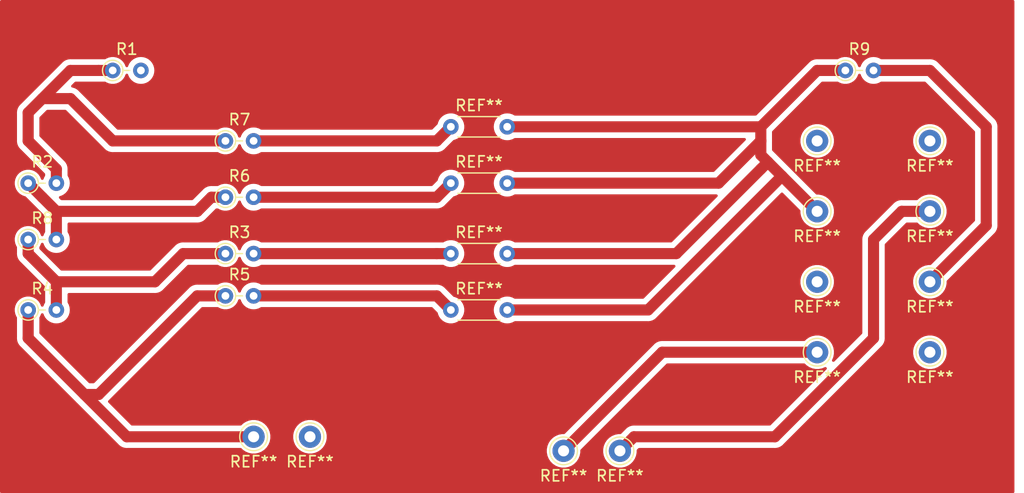
<source format=kicad_pcb>
(kicad_pcb (version 20171130) (host pcbnew "(5.1.4)-1")

  (general
    (thickness 1.6)
    (drawings 0)
    (tracks 63)
    (zones 0)
    (modules 25)
    (nets 10)
  )

  (page A4)
  (layers
    (0 F.Cu signal)
    (31 B.Cu signal)
    (32 B.Adhes user)
    (33 F.Adhes user)
    (34 B.Paste user)
    (35 F.Paste user)
    (36 B.SilkS user)
    (37 F.SilkS user)
    (38 B.Mask user)
    (39 F.Mask user)
    (40 Dwgs.User user)
    (41 Cmts.User user)
    (42 Eco1.User user)
    (43 Eco2.User user)
    (44 Edge.Cuts user)
    (45 Margin user)
    (46 B.CrtYd user)
    (47 F.CrtYd user)
    (48 B.Fab user)
    (49 F.Fab user)
  )

  (setup
    (last_trace_width 1)
    (user_trace_width 1)
    (trace_clearance 0.2)
    (zone_clearance 0.508)
    (zone_45_only no)
    (trace_min 0.2)
    (via_size 0.8)
    (via_drill 0.4)
    (via_min_size 0.4)
    (via_min_drill 0.3)
    (uvia_size 0.3)
    (uvia_drill 0.1)
    (uvias_allowed no)
    (uvia_min_size 0.2)
    (uvia_min_drill 0.1)
    (edge_width 0.05)
    (segment_width 0.2)
    (pcb_text_width 0.3)
    (pcb_text_size 1.5 1.5)
    (mod_edge_width 0.12)
    (mod_text_size 1 1)
    (mod_text_width 0.15)
    (pad_size 1.524 1.524)
    (pad_drill 0.762)
    (pad_to_mask_clearance 0.051)
    (solder_mask_min_width 0.25)
    (aux_axis_origin 0 0)
    (visible_elements FFFFFF7F)
    (pcbplotparams
      (layerselection 0x010fc_ffffffff)
      (usegerberextensions false)
      (usegerberattributes false)
      (usegerberadvancedattributes false)
      (creategerberjobfile false)
      (excludeedgelayer true)
      (linewidth 0.100000)
      (plotframeref false)
      (viasonmask false)
      (mode 1)
      (useauxorigin false)
      (hpglpennumber 1)
      (hpglpenspeed 20)
      (hpglpendiameter 15.000000)
      (psnegative false)
      (psa4output false)
      (plotreference true)
      (plotvalue true)
      (plotinvisibletext false)
      (padsonsilk false)
      (subtractmaskfromsilk false)
      (outputformat 1)
      (mirror false)
      (drillshape 1)
      (scaleselection 1)
      (outputdirectory ""))
  )

  (net 0 "")
  (net 1 "Net-(R1-Pad2)")
  (net 2 "Net-(R1-Pad1)")
  (net 3 "Net-(R2-Pad2)")
  (net 4 Earth)
  (net 5 "Net-(R6-Pad1)")
  (net 6 "Net-(R7-Pad1)")
  (net 7 "Net-(R8-Pad1)")
  (net 8 "Net-(R9-Pad2)")
  (net 9 "Net-(R9-Pad1)")

  (net_class Default "Esta es la clase de red por defecto."
    (clearance 0.2)
    (trace_width 0.25)
    (via_dia 0.8)
    (via_drill 0.4)
    (uvia_dia 0.3)
    (uvia_drill 0.1)
    (add_net "Net-(R1-Pad1)")
    (add_net "Net-(R1-Pad2)")
    (add_net "Net-(R2-Pad2)")
    (add_net "Net-(R6-Pad1)")
    (add_net "Net-(R7-Pad1)")
    (add_net "Net-(R8-Pad1)")
    (add_net "Net-(R9-Pad1)")
    (add_net "Net-(R9-Pad2)")
  )

  (module Connector_Pin:Pin_D1.0mm_L10.0mm (layer F.Cu) (tedit 5A1DC084) (tstamp 5DBD6A44)
    (at 191.77 99.06)
    (descr "solder Pin_ diameter 1.0mm, hole diameter 1.0mm (press fit), length 10.0mm")
    (tags "solder Pin_ press fit")
    (fp_text reference REF** (at 0 2.25) (layer F.SilkS)
      (effects (font (size 1 1) (thickness 0.15)))
    )
    (fp_text value Pin_D1.0mm_L10.0mm (at 0 -2.05) (layer F.Fab)
      (effects (font (size 1 1) (thickness 0.15)))
    )
    (fp_circle (center 0 0) (end 1.25 0.05) (layer F.SilkS) (width 0.12))
    (fp_circle (center 0 0) (end 1 0) (layer F.Fab) (width 0.12))
    (fp_circle (center 0 0) (end 0.5 0) (layer F.Fab) (width 0.12))
    (fp_circle (center 0 0) (end 1.5 0) (layer F.CrtYd) (width 0.05))
    (fp_text user %R (at 0 2.25) (layer F.Fab)
      (effects (font (size 1 1) (thickness 0.15)))
    )
    (pad 1 thru_hole circle (at 0 0) (size 2 2) (drill 1) (layers *.Cu *.Mask))
    (model ${KISYS3DMOD}/Connector_Pin.3dshapes/Pin_D1.0mm_L10.0mm.wrl
      (at (xyz 0 0 0))
      (scale (xyz 1 1 1))
      (rotate (xyz 0 0 0))
    )
  )

  (module Connector_Pin:Pin_D1.0mm_L10.0mm (layer F.Cu) (tedit 5A1DC084) (tstamp 5DBD6A1F)
    (at 186.69 99.06)
    (descr "solder Pin_ diameter 1.0mm, hole diameter 1.0mm (press fit), length 10.0mm")
    (tags "solder Pin_ press fit")
    (fp_text reference REF** (at 0 2.25) (layer F.SilkS)
      (effects (font (size 1 1) (thickness 0.15)))
    )
    (fp_text value Pin_D1.0mm_L10.0mm (at 0 -2.05) (layer F.Fab)
      (effects (font (size 1 1) (thickness 0.15)))
    )
    (fp_circle (center 0 0) (end 1.25 0.05) (layer F.SilkS) (width 0.12))
    (fp_circle (center 0 0) (end 1 0) (layer F.Fab) (width 0.12))
    (fp_circle (center 0 0) (end 0.5 0) (layer F.Fab) (width 0.12))
    (fp_circle (center 0 0) (end 1.5 0) (layer F.CrtYd) (width 0.05))
    (fp_text user %R (at 0 2.25) (layer F.Fab)
      (effects (font (size 1 1) (thickness 0.15)))
    )
    (pad 1 thru_hole circle (at 0 0) (size 2 2) (drill 1) (layers *.Cu *.Mask))
    (model ${KISYS3DMOD}/Connector_Pin.3dshapes/Pin_D1.0mm_L10.0mm.wrl
      (at (xyz 0 0 0))
      (scale (xyz 1 1 1))
      (rotate (xyz 0 0 0))
    )
  )

  (module Connector_Pin:Pin_D1.0mm_L10.0mm (layer F.Cu) (tedit 5A1DC084) (tstamp 5DBD69FA)
    (at 219.71 100.33)
    (descr "solder Pin_ diameter 1.0mm, hole diameter 1.0mm (press fit), length 10.0mm")
    (tags "solder Pin_ press fit")
    (fp_text reference REF** (at 0 2.25) (layer F.SilkS)
      (effects (font (size 1 1) (thickness 0.15)))
    )
    (fp_text value Pin_D1.0mm_L10.0mm (at 0 -2.05) (layer F.Fab)
      (effects (font (size 1 1) (thickness 0.15)))
    )
    (fp_circle (center 0 0) (end 1.25 0.05) (layer F.SilkS) (width 0.12))
    (fp_circle (center 0 0) (end 1 0) (layer F.Fab) (width 0.12))
    (fp_circle (center 0 0) (end 0.5 0) (layer F.Fab) (width 0.12))
    (fp_circle (center 0 0) (end 1.5 0) (layer F.CrtYd) (width 0.05))
    (fp_text user %R (at 0 2.25) (layer F.Fab)
      (effects (font (size 1 1) (thickness 0.15)))
    )
    (pad 1 thru_hole circle (at 0 0) (size 2 2) (drill 1) (layers *.Cu *.Mask))
    (model ${KISYS3DMOD}/Connector_Pin.3dshapes/Pin_D1.0mm_L10.0mm.wrl
      (at (xyz 0 0 0))
      (scale (xyz 1 1 1))
      (rotate (xyz 0 0 0))
    )
  )

  (module Connector_Pin:Pin_D1.0mm_L10.0mm (layer F.Cu) (tedit 5A1DC084) (tstamp 5DBD69D5)
    (at 214.63 100.33)
    (descr "solder Pin_ diameter 1.0mm, hole diameter 1.0mm (press fit), length 10.0mm")
    (tags "solder Pin_ press fit")
    (fp_text reference REF** (at 0 2.25) (layer F.SilkS)
      (effects (font (size 1 1) (thickness 0.15)))
    )
    (fp_text value Pin_D1.0mm_L10.0mm (at 0 -2.05) (layer F.Fab)
      (effects (font (size 1 1) (thickness 0.15)))
    )
    (fp_circle (center 0 0) (end 1.25 0.05) (layer F.SilkS) (width 0.12))
    (fp_circle (center 0 0) (end 1 0) (layer F.Fab) (width 0.12))
    (fp_circle (center 0 0) (end 0.5 0) (layer F.Fab) (width 0.12))
    (fp_circle (center 0 0) (end 1.5 0) (layer F.CrtYd) (width 0.05))
    (fp_text user %R (at 0 2.25) (layer F.Fab)
      (effects (font (size 1 1) (thickness 0.15)))
    )
    (pad 1 thru_hole circle (at 0 0) (size 2 2) (drill 1) (layers *.Cu *.Mask))
    (model ${KISYS3DMOD}/Connector_Pin.3dshapes/Pin_D1.0mm_L10.0mm.wrl
      (at (xyz 0 0 0))
      (scale (xyz 1 1 1))
      (rotate (xyz 0 0 0))
    )
  )

  (module Resistor_THT:R_Axial_DIN0204_L3.6mm_D1.6mm_P5.08mm_Horizontal (layer F.Cu) (tedit 5AE5139B) (tstamp 5DBD68A6)
    (at 204.47 87.63)
    (descr "Resistor, Axial_DIN0204 series, Axial, Horizontal, pin pitch=5.08mm, 0.167W, length*diameter=3.6*1.6mm^2, http://cdn-reichelt.de/documents/datenblatt/B400/1_4W%23YAG.pdf")
    (tags "Resistor Axial_DIN0204 series Axial Horizontal pin pitch 5.08mm 0.167W length 3.6mm diameter 1.6mm")
    (fp_text reference REF** (at 2.54 -1.92) (layer F.SilkS)
      (effects (font (size 1 1) (thickness 0.15)))
    )
    (fp_text value R_Axial_DIN0204_L3.6mm_D1.6mm_P5.08mm_Horizontal (at 2.54 1.92) (layer F.Fab)
      (effects (font (size 1 1) (thickness 0.15)))
    )
    (fp_text user %R (at 2.54 0) (layer F.Fab)
      (effects (font (size 0.72 0.72) (thickness 0.108)))
    )
    (fp_line (start 6.03 -1.05) (end -0.95 -1.05) (layer F.CrtYd) (width 0.05))
    (fp_line (start 6.03 1.05) (end 6.03 -1.05) (layer F.CrtYd) (width 0.05))
    (fp_line (start -0.95 1.05) (end 6.03 1.05) (layer F.CrtYd) (width 0.05))
    (fp_line (start -0.95 -1.05) (end -0.95 1.05) (layer F.CrtYd) (width 0.05))
    (fp_line (start 0.62 0.92) (end 4.46 0.92) (layer F.SilkS) (width 0.12))
    (fp_line (start 0.62 -0.92) (end 4.46 -0.92) (layer F.SilkS) (width 0.12))
    (fp_line (start 5.08 0) (end 4.34 0) (layer F.Fab) (width 0.1))
    (fp_line (start 0 0) (end 0.74 0) (layer F.Fab) (width 0.1))
    (fp_line (start 4.34 -0.8) (end 0.74 -0.8) (layer F.Fab) (width 0.1))
    (fp_line (start 4.34 0.8) (end 4.34 -0.8) (layer F.Fab) (width 0.1))
    (fp_line (start 0.74 0.8) (end 4.34 0.8) (layer F.Fab) (width 0.1))
    (fp_line (start 0.74 -0.8) (end 0.74 0.8) (layer F.Fab) (width 0.1))
    (pad 2 thru_hole oval (at 5.08 0) (size 1.4 1.4) (drill 0.7) (layers *.Cu *.Mask))
    (pad 1 thru_hole circle (at 0 0) (size 1.4 1.4) (drill 0.7) (layers *.Cu *.Mask))
    (model ${KISYS3DMOD}/Resistor_THT.3dshapes/R_Axial_DIN0204_L3.6mm_D1.6mm_P5.08mm_Horizontal.wrl
      (at (xyz 0 0 0))
      (scale (xyz 1 1 1))
      (rotate (xyz 0 0 0))
    )
  )

  (module Resistor_THT:R_Axial_DIN0204_L3.6mm_D1.6mm_P5.08mm_Horizontal (layer F.Cu) (tedit 5AE5139B) (tstamp 5DBD685D)
    (at 204.47 76.2)
    (descr "Resistor, Axial_DIN0204 series, Axial, Horizontal, pin pitch=5.08mm, 0.167W, length*diameter=3.6*1.6mm^2, http://cdn-reichelt.de/documents/datenblatt/B400/1_4W%23YAG.pdf")
    (tags "Resistor Axial_DIN0204 series Axial Horizontal pin pitch 5.08mm 0.167W length 3.6mm diameter 1.6mm")
    (fp_text reference REF** (at 2.54 -1.92) (layer F.SilkS)
      (effects (font (size 1 1) (thickness 0.15)))
    )
    (fp_text value R_Axial_DIN0204_L3.6mm_D1.6mm_P5.08mm_Horizontal (at 2.54 1.92) (layer F.Fab)
      (effects (font (size 1 1) (thickness 0.15)))
    )
    (fp_text user %R (at 2.54 0) (layer F.Fab)
      (effects (font (size 0.72 0.72) (thickness 0.108)))
    )
    (fp_line (start 6.03 -1.05) (end -0.95 -1.05) (layer F.CrtYd) (width 0.05))
    (fp_line (start 6.03 1.05) (end 6.03 -1.05) (layer F.CrtYd) (width 0.05))
    (fp_line (start -0.95 1.05) (end 6.03 1.05) (layer F.CrtYd) (width 0.05))
    (fp_line (start -0.95 -1.05) (end -0.95 1.05) (layer F.CrtYd) (width 0.05))
    (fp_line (start 0.62 0.92) (end 4.46 0.92) (layer F.SilkS) (width 0.12))
    (fp_line (start 0.62 -0.92) (end 4.46 -0.92) (layer F.SilkS) (width 0.12))
    (fp_line (start 5.08 0) (end 4.34 0) (layer F.Fab) (width 0.1))
    (fp_line (start 0 0) (end 0.74 0) (layer F.Fab) (width 0.1))
    (fp_line (start 4.34 -0.8) (end 0.74 -0.8) (layer F.Fab) (width 0.1))
    (fp_line (start 4.34 0.8) (end 4.34 -0.8) (layer F.Fab) (width 0.1))
    (fp_line (start 0.74 0.8) (end 4.34 0.8) (layer F.Fab) (width 0.1))
    (fp_line (start 0.74 -0.8) (end 0.74 0.8) (layer F.Fab) (width 0.1))
    (pad 2 thru_hole oval (at 5.08 0) (size 1.4 1.4) (drill 0.7) (layers *.Cu *.Mask))
    (pad 1 thru_hole circle (at 0 0) (size 1.4 1.4) (drill 0.7) (layers *.Cu *.Mask))
    (model ${KISYS3DMOD}/Resistor_THT.3dshapes/R_Axial_DIN0204_L3.6mm_D1.6mm_P5.08mm_Horizontal.wrl
      (at (xyz 0 0 0))
      (scale (xyz 1 1 1))
      (rotate (xyz 0 0 0))
    )
  )

  (module Resistor_THT:R_Axial_DIN0204_L3.6mm_D1.6mm_P5.08mm_Horizontal (layer F.Cu) (tedit 5AE5139B) (tstamp 5DBD6814)
    (at 204.47 82.55)
    (descr "Resistor, Axial_DIN0204 series, Axial, Horizontal, pin pitch=5.08mm, 0.167W, length*diameter=3.6*1.6mm^2, http://cdn-reichelt.de/documents/datenblatt/B400/1_4W%23YAG.pdf")
    (tags "Resistor Axial_DIN0204 series Axial Horizontal pin pitch 5.08mm 0.167W length 3.6mm diameter 1.6mm")
    (fp_text reference REF** (at 2.54 -1.92) (layer F.SilkS)
      (effects (font (size 1 1) (thickness 0.15)))
    )
    (fp_text value R_Axial_DIN0204_L3.6mm_D1.6mm_P5.08mm_Horizontal (at 2.54 1.92) (layer F.Fab)
      (effects (font (size 1 1) (thickness 0.15)))
    )
    (fp_text user %R (at 2.54 0) (layer F.Fab)
      (effects (font (size 0.72 0.72) (thickness 0.108)))
    )
    (fp_line (start 6.03 -1.05) (end -0.95 -1.05) (layer F.CrtYd) (width 0.05))
    (fp_line (start 6.03 1.05) (end 6.03 -1.05) (layer F.CrtYd) (width 0.05))
    (fp_line (start -0.95 1.05) (end 6.03 1.05) (layer F.CrtYd) (width 0.05))
    (fp_line (start -0.95 -1.05) (end -0.95 1.05) (layer F.CrtYd) (width 0.05))
    (fp_line (start 0.62 0.92) (end 4.46 0.92) (layer F.SilkS) (width 0.12))
    (fp_line (start 0.62 -0.92) (end 4.46 -0.92) (layer F.SilkS) (width 0.12))
    (fp_line (start 5.08 0) (end 4.34 0) (layer F.Fab) (width 0.1))
    (fp_line (start 0 0) (end 0.74 0) (layer F.Fab) (width 0.1))
    (fp_line (start 4.34 -0.8) (end 0.74 -0.8) (layer F.Fab) (width 0.1))
    (fp_line (start 4.34 0.8) (end 4.34 -0.8) (layer F.Fab) (width 0.1))
    (fp_line (start 0.74 0.8) (end 4.34 0.8) (layer F.Fab) (width 0.1))
    (fp_line (start 0.74 -0.8) (end 0.74 0.8) (layer F.Fab) (width 0.1))
    (pad 2 thru_hole oval (at 5.08 0) (size 1.4 1.4) (drill 0.7) (layers *.Cu *.Mask))
    (pad 1 thru_hole circle (at 0 0) (size 1.4 1.4) (drill 0.7) (layers *.Cu *.Mask))
    (model ${KISYS3DMOD}/Resistor_THT.3dshapes/R_Axial_DIN0204_L3.6mm_D1.6mm_P5.08mm_Horizontal.wrl
      (at (xyz 0 0 0))
      (scale (xyz 1 1 1))
      (rotate (xyz 0 0 0))
    )
  )

  (module Resistor_THT:R_Axial_DIN0204_L3.6mm_D1.6mm_P5.08mm_Horizontal (layer F.Cu) (tedit 5AE5139B) (tstamp 5DBD67CB)
    (at 204.47 71.12)
    (descr "Resistor, Axial_DIN0204 series, Axial, Horizontal, pin pitch=5.08mm, 0.167W, length*diameter=3.6*1.6mm^2, http://cdn-reichelt.de/documents/datenblatt/B400/1_4W%23YAG.pdf")
    (tags "Resistor Axial_DIN0204 series Axial Horizontal pin pitch 5.08mm 0.167W length 3.6mm diameter 1.6mm")
    (fp_text reference REF** (at 2.54 -1.92) (layer F.SilkS)
      (effects (font (size 1 1) (thickness 0.15)))
    )
    (fp_text value R_Axial_DIN0204_L3.6mm_D1.6mm_P5.08mm_Horizontal (at 2.54 1.92) (layer F.Fab)
      (effects (font (size 1 1) (thickness 0.15)))
    )
    (fp_text user %R (at 1.27 -1.27) (layer F.Fab)
      (effects (font (size 0.72 0.72) (thickness 0.108)))
    )
    (fp_line (start 6.03 -1.05) (end -0.95 -1.05) (layer F.CrtYd) (width 0.05))
    (fp_line (start 6.03 1.05) (end 6.03 -1.05) (layer F.CrtYd) (width 0.05))
    (fp_line (start -0.95 1.05) (end 6.03 1.05) (layer F.CrtYd) (width 0.05))
    (fp_line (start -0.95 -1.05) (end -0.95 1.05) (layer F.CrtYd) (width 0.05))
    (fp_line (start 0.62 0.92) (end 4.46 0.92) (layer F.SilkS) (width 0.12))
    (fp_line (start 0.62 -0.92) (end 4.46 -0.92) (layer F.SilkS) (width 0.12))
    (fp_line (start 5.08 0) (end 4.34 0) (layer F.Fab) (width 0.1))
    (fp_line (start 0 0) (end 0.74 0) (layer F.Fab) (width 0.1))
    (fp_line (start 4.34 -0.8) (end 0.74 -0.8) (layer F.Fab) (width 0.1))
    (fp_line (start 4.34 0.8) (end 4.34 -0.8) (layer F.Fab) (width 0.1))
    (fp_line (start 0.74 0.8) (end 4.34 0.8) (layer F.Fab) (width 0.1))
    (fp_line (start 0.74 -0.8) (end 0.74 0.8) (layer F.Fab) (width 0.1))
    (pad 2 thru_hole oval (at 5.08 0) (size 1.4 1.4) (drill 0.7) (layers *.Cu *.Mask))
    (pad 1 thru_hole circle (at 0 0) (size 1.4 1.4) (drill 0.7) (layers *.Cu *.Mask))
    (model ${KISYS3DMOD}/Resistor_THT.3dshapes/R_Axial_DIN0204_L3.6mm_D1.6mm_P5.08mm_Horizontal.wrl
      (at (xyz 0 0 0))
      (scale (xyz 1 1 1))
      (rotate (xyz 0 0 0))
    )
  )

  (module Resistor_THT:R_Axial_DIN0204_L3.6mm_D1.6mm_P2.54mm_Vertical (layer F.Cu) (tedit 5AE5139B) (tstamp 5DBCFFED)
    (at 240.03 66.04)
    (descr "Resistor, Axial_DIN0204 series, Axial, Vertical, pin pitch=2.54mm, 0.167W, length*diameter=3.6*1.6mm^2, http://cdn-reichelt.de/documents/datenblatt/B400/1_4W%23YAG.pdf")
    (tags "Resistor Axial_DIN0204 series Axial Vertical pin pitch 2.54mm 0.167W length 3.6mm diameter 1.6mm")
    (path /5DBBA989)
    (fp_text reference R9 (at 1.27 -1.92) (layer F.SilkS)
      (effects (font (size 1 1) (thickness 0.15)))
    )
    (fp_text value R (at 1.27 1.92) (layer F.Fab)
      (effects (font (size 1 1) (thickness 0.15)))
    )
    (fp_text user %R (at 1.27 -1.92) (layer F.Fab)
      (effects (font (size 1 1) (thickness 0.15)))
    )
    (fp_line (start 3.49 -1.05) (end -1.05 -1.05) (layer F.CrtYd) (width 0.05))
    (fp_line (start 3.49 1.05) (end 3.49 -1.05) (layer F.CrtYd) (width 0.05))
    (fp_line (start -1.05 1.05) (end 3.49 1.05) (layer F.CrtYd) (width 0.05))
    (fp_line (start -1.05 -1.05) (end -1.05 1.05) (layer F.CrtYd) (width 0.05))
    (fp_line (start 0.92 0) (end 1.54 0) (layer F.SilkS) (width 0.12))
    (fp_line (start 0 0) (end 2.54 0) (layer F.Fab) (width 0.1))
    (fp_circle (center 0 0) (end 0.92 0) (layer F.SilkS) (width 0.12))
    (fp_circle (center 0 0) (end 0.8 0) (layer F.Fab) (width 0.1))
    (pad 2 thru_hole oval (at 2.54 0) (size 1.4 1.4) (drill 0.7) (layers *.Cu *.Mask)
      (net 8 "Net-(R9-Pad2)"))
    (pad 1 thru_hole circle (at 0 0) (size 1.4 1.4) (drill 0.7) (layers *.Cu *.Mask)
      (net 9 "Net-(R9-Pad1)"))
    (model ${KISYS3DMOD}/Resistor_THT.3dshapes/R_Axial_DIN0204_L3.6mm_D1.6mm_P2.54mm_Vertical.wrl
      (at (xyz 0 0 0))
      (scale (xyz 1 1 1))
      (rotate (xyz 0 0 0))
    )
  )

  (module Resistor_THT:R_Axial_DIN0204_L3.6mm_D1.6mm_P2.54mm_Vertical (layer F.Cu) (tedit 5AE5139B) (tstamp 5DBCFFDE)
    (at 166.37 81.28)
    (descr "Resistor, Axial_DIN0204 series, Axial, Vertical, pin pitch=2.54mm, 0.167W, length*diameter=3.6*1.6mm^2, http://cdn-reichelt.de/documents/datenblatt/B400/1_4W%23YAG.pdf")
    (tags "Resistor Axial_DIN0204 series Axial Vertical pin pitch 2.54mm 0.167W length 3.6mm diameter 1.6mm")
    (path /5DBBADDF)
    (fp_text reference R8 (at 1.27 -1.92) (layer F.SilkS)
      (effects (font (size 1 1) (thickness 0.15)))
    )
    (fp_text value R (at 1.27 1.92) (layer F.Fab)
      (effects (font (size 1 1) (thickness 0.15)))
    )
    (fp_text user %R (at 1.27 -1.92) (layer F.Fab)
      (effects (font (size 1 1) (thickness 0.15)))
    )
    (fp_line (start 3.49 -1.05) (end -1.05 -1.05) (layer F.CrtYd) (width 0.05))
    (fp_line (start 3.49 1.05) (end 3.49 -1.05) (layer F.CrtYd) (width 0.05))
    (fp_line (start -1.05 1.05) (end 3.49 1.05) (layer F.CrtYd) (width 0.05))
    (fp_line (start -1.05 -1.05) (end -1.05 1.05) (layer F.CrtYd) (width 0.05))
    (fp_line (start 0.92 0) (end 1.54 0) (layer F.SilkS) (width 0.12))
    (fp_line (start 0 0) (end 2.54 0) (layer F.Fab) (width 0.1))
    (fp_circle (center 0 0) (end 0.92 0) (layer F.SilkS) (width 0.12))
    (fp_circle (center 0 0) (end 0.8 0) (layer F.Fab) (width 0.1))
    (pad 2 thru_hole oval (at 2.54 0) (size 1.4 1.4) (drill 0.7) (layers *.Cu *.Mask)
      (net 2 "Net-(R1-Pad1)"))
    (pad 1 thru_hole circle (at 0 0) (size 1.4 1.4) (drill 0.7) (layers *.Cu *.Mask)
      (net 7 "Net-(R8-Pad1)"))
    (model ${KISYS3DMOD}/Resistor_THT.3dshapes/R_Axial_DIN0204_L3.6mm_D1.6mm_P2.54mm_Vertical.wrl
      (at (xyz 0 0 0))
      (scale (xyz 1 1 1))
      (rotate (xyz 0 0 0))
    )
  )

  (module Resistor_THT:R_Axial_DIN0204_L3.6mm_D1.6mm_P2.54mm_Vertical (layer F.Cu) (tedit 5AE5139B) (tstamp 5DBCFFCF)
    (at 184.15 72.39)
    (descr "Resistor, Axial_DIN0204 series, Axial, Vertical, pin pitch=2.54mm, 0.167W, length*diameter=3.6*1.6mm^2, http://cdn-reichelt.de/documents/datenblatt/B400/1_4W%23YAG.pdf")
    (tags "Resistor Axial_DIN0204 series Axial Vertical pin pitch 2.54mm 0.167W length 3.6mm diameter 1.6mm")
    (path /5DBBB30A)
    (fp_text reference R7 (at 1.27 -1.92) (layer F.SilkS)
      (effects (font (size 1 1) (thickness 0.15)))
    )
    (fp_text value R (at 1.27 1.92) (layer F.Fab)
      (effects (font (size 1 1) (thickness 0.15)))
    )
    (fp_text user %R (at 1.27 -1.92) (layer F.Fab)
      (effects (font (size 1 1) (thickness 0.15)))
    )
    (fp_line (start 3.49 -1.05) (end -1.05 -1.05) (layer F.CrtYd) (width 0.05))
    (fp_line (start 3.49 1.05) (end 3.49 -1.05) (layer F.CrtYd) (width 0.05))
    (fp_line (start -1.05 1.05) (end 3.49 1.05) (layer F.CrtYd) (width 0.05))
    (fp_line (start -1.05 -1.05) (end -1.05 1.05) (layer F.CrtYd) (width 0.05))
    (fp_line (start 0.92 0) (end 1.54 0) (layer F.SilkS) (width 0.12))
    (fp_line (start 0 0) (end 2.54 0) (layer F.Fab) (width 0.1))
    (fp_circle (center 0 0) (end 0.92 0) (layer F.SilkS) (width 0.12))
    (fp_circle (center 0 0) (end 0.8 0) (layer F.Fab) (width 0.1))
    (pad 2 thru_hole oval (at 2.54 0) (size 1.4 1.4) (drill 0.7) (layers *.Cu *.Mask))
    (pad 1 thru_hole circle (at 0 0) (size 1.4 1.4) (drill 0.7) (layers *.Cu *.Mask)
      (net 6 "Net-(R7-Pad1)"))
    (model ${KISYS3DMOD}/Resistor_THT.3dshapes/R_Axial_DIN0204_L3.6mm_D1.6mm_P2.54mm_Vertical.wrl
      (at (xyz 0 0 0))
      (scale (xyz 1 1 1))
      (rotate (xyz 0 0 0))
    )
  )

  (module Resistor_THT:R_Axial_DIN0204_L3.6mm_D1.6mm_P2.54mm_Vertical (layer F.Cu) (tedit 5AE5139B) (tstamp 5DBCFFC0)
    (at 184.15 77.47)
    (descr "Resistor, Axial_DIN0204 series, Axial, Vertical, pin pitch=2.54mm, 0.167W, length*diameter=3.6*1.6mm^2, http://cdn-reichelt.de/documents/datenblatt/B400/1_4W%23YAG.pdf")
    (tags "Resistor Axial_DIN0204 series Axial Vertical pin pitch 2.54mm 0.167W length 3.6mm diameter 1.6mm")
    (path /5DBBB173)
    (fp_text reference R6 (at 1.27 -1.92) (layer F.SilkS)
      (effects (font (size 1 1) (thickness 0.15)))
    )
    (fp_text value R (at 1.27 1.92) (layer F.Fab)
      (effects (font (size 1 1) (thickness 0.15)))
    )
    (fp_text user %R (at 1.27 -1.92) (layer F.Fab)
      (effects (font (size 1 1) (thickness 0.15)))
    )
    (fp_line (start 3.49 -1.05) (end -1.05 -1.05) (layer F.CrtYd) (width 0.05))
    (fp_line (start 3.49 1.05) (end 3.49 -1.05) (layer F.CrtYd) (width 0.05))
    (fp_line (start -1.05 1.05) (end 3.49 1.05) (layer F.CrtYd) (width 0.05))
    (fp_line (start -1.05 -1.05) (end -1.05 1.05) (layer F.CrtYd) (width 0.05))
    (fp_line (start 0.92 0) (end 1.54 0) (layer F.SilkS) (width 0.12))
    (fp_line (start 0 0) (end 2.54 0) (layer F.Fab) (width 0.1))
    (fp_circle (center 0 0) (end 0.92 0) (layer F.SilkS) (width 0.12))
    (fp_circle (center 0 0) (end 0.8 0) (layer F.Fab) (width 0.1))
    (pad 2 thru_hole oval (at 2.54 0) (size 1.4 1.4) (drill 0.7) (layers *.Cu *.Mask)
      (net 3 "Net-(R2-Pad2)"))
    (pad 1 thru_hole circle (at 0 0) (size 1.4 1.4) (drill 0.7) (layers *.Cu *.Mask)
      (net 5 "Net-(R6-Pad1)"))
    (model ${KISYS3DMOD}/Resistor_THT.3dshapes/R_Axial_DIN0204_L3.6mm_D1.6mm_P2.54mm_Vertical.wrl
      (at (xyz 0 0 0))
      (scale (xyz 1 1 1))
      (rotate (xyz 0 0 0))
    )
  )

  (module Resistor_THT:R_Axial_DIN0204_L3.6mm_D1.6mm_P2.54mm_Vertical (layer F.Cu) (tedit 5AE5139B) (tstamp 5DBCFFB1)
    (at 184.15 86.36)
    (descr "Resistor, Axial_DIN0204 series, Axial, Vertical, pin pitch=2.54mm, 0.167W, length*diameter=3.6*1.6mm^2, http://cdn-reichelt.de/documents/datenblatt/B400/1_4W%23YAG.pdf")
    (tags "Resistor Axial_DIN0204 series Axial Vertical pin pitch 2.54mm 0.167W length 3.6mm diameter 1.6mm")
    (path /5DBBB072)
    (fp_text reference R5 (at 1.27 -1.92) (layer F.SilkS)
      (effects (font (size 1 1) (thickness 0.15)))
    )
    (fp_text value R (at 1.27 1.92) (layer F.Fab)
      (effects (font (size 1 1) (thickness 0.15)))
    )
    (fp_text user %R (at 1.27 -1.92) (layer F.Fab)
      (effects (font (size 1 1) (thickness 0.15)))
    )
    (fp_line (start 3.49 -1.05) (end -1.05 -1.05) (layer F.CrtYd) (width 0.05))
    (fp_line (start 3.49 1.05) (end 3.49 -1.05) (layer F.CrtYd) (width 0.05))
    (fp_line (start -1.05 1.05) (end 3.49 1.05) (layer F.CrtYd) (width 0.05))
    (fp_line (start -1.05 -1.05) (end -1.05 1.05) (layer F.CrtYd) (width 0.05))
    (fp_line (start 0.92 0) (end 1.54 0) (layer F.SilkS) (width 0.12))
    (fp_line (start 0 0) (end 2.54 0) (layer F.Fab) (width 0.1))
    (fp_circle (center 0 0) (end 0.92 0) (layer F.SilkS) (width 0.12))
    (fp_circle (center 0 0) (end 0.8 0) (layer F.Fab) (width 0.1))
    (pad 2 thru_hole oval (at 2.54 0) (size 1.4 1.4) (drill 0.7) (layers *.Cu *.Mask)
      (net 1 "Net-(R1-Pad2)"))
    (pad 1 thru_hole circle (at 0 0) (size 1.4 1.4) (drill 0.7) (layers *.Cu *.Mask))
    (model ${KISYS3DMOD}/Resistor_THT.3dshapes/R_Axial_DIN0204_L3.6mm_D1.6mm_P2.54mm_Vertical.wrl
      (at (xyz 0 0 0))
      (scale (xyz 1 1 1))
      (rotate (xyz 0 0 0))
    )
  )

  (module Resistor_THT:R_Axial_DIN0204_L3.6mm_D1.6mm_P2.54mm_Vertical (layer F.Cu) (tedit 5AE5139B) (tstamp 5DBCFFA2)
    (at 166.37 87.63)
    (descr "Resistor, Axial_DIN0204 series, Axial, Vertical, pin pitch=2.54mm, 0.167W, length*diameter=3.6*1.6mm^2, http://cdn-reichelt.de/documents/datenblatt/B400/1_4W%23YAG.pdf")
    (tags "Resistor Axial_DIN0204 series Axial Vertical pin pitch 2.54mm 0.167W length 3.6mm diameter 1.6mm")
    (path /5DBBB830)
    (fp_text reference R4 (at 1.27 -1.92) (layer F.SilkS)
      (effects (font (size 1 1) (thickness 0.15)))
    )
    (fp_text value R (at 1.27 1.92) (layer F.Fab)
      (effects (font (size 1 1) (thickness 0.15)))
    )
    (fp_text user %R (at 1.27 -1.92) (layer F.Fab)
      (effects (font (size 1 1) (thickness 0.15)))
    )
    (fp_line (start 3.49 -1.05) (end -1.05 -1.05) (layer F.CrtYd) (width 0.05))
    (fp_line (start 3.49 1.05) (end 3.49 -1.05) (layer F.CrtYd) (width 0.05))
    (fp_line (start -1.05 1.05) (end 3.49 1.05) (layer F.CrtYd) (width 0.05))
    (fp_line (start -1.05 -1.05) (end -1.05 1.05) (layer F.CrtYd) (width 0.05))
    (fp_line (start 0.92 0) (end 1.54 0) (layer F.SilkS) (width 0.12))
    (fp_line (start 0 0) (end 2.54 0) (layer F.Fab) (width 0.1))
    (fp_circle (center 0 0) (end 0.92 0) (layer F.SilkS) (width 0.12))
    (fp_circle (center 0 0) (end 0.8 0) (layer F.Fab) (width 0.1))
    (pad 2 thru_hole oval (at 2.54 0) (size 1.4 1.4) (drill 0.7) (layers *.Cu *.Mask)
      (net 2 "Net-(R1-Pad1)"))
    (pad 1 thru_hole circle (at 0 0) (size 1.4 1.4) (drill 0.7) (layers *.Cu *.Mask))
    (model ${KISYS3DMOD}/Resistor_THT.3dshapes/R_Axial_DIN0204_L3.6mm_D1.6mm_P2.54mm_Vertical.wrl
      (at (xyz 0 0 0))
      (scale (xyz 1 1 1))
      (rotate (xyz 0 0 0))
    )
  )

  (module Resistor_THT:R_Axial_DIN0204_L3.6mm_D1.6mm_P2.54mm_Vertical (layer F.Cu) (tedit 5AE5139B) (tstamp 5DBCFF93)
    (at 184.15 82.55)
    (descr "Resistor, Axial_DIN0204 series, Axial, Vertical, pin pitch=2.54mm, 0.167W, length*diameter=3.6*1.6mm^2, http://cdn-reichelt.de/documents/datenblatt/B400/1_4W%23YAG.pdf")
    (tags "Resistor Axial_DIN0204 series Axial Vertical pin pitch 2.54mm 0.167W length 3.6mm diameter 1.6mm")
    (path /5DBBB6D8)
    (fp_text reference R3 (at 1.27 -1.92) (layer F.SilkS)
      (effects (font (size 1 1) (thickness 0.15)))
    )
    (fp_text value R (at 1.27 1.92) (layer F.Fab)
      (effects (font (size 1 1) (thickness 0.15)))
    )
    (fp_text user %R (at 1.27 -1.92) (layer F.Fab)
      (effects (font (size 1 1) (thickness 0.15)))
    )
    (fp_line (start 3.49 -1.05) (end -1.05 -1.05) (layer F.CrtYd) (width 0.05))
    (fp_line (start 3.49 1.05) (end 3.49 -1.05) (layer F.CrtYd) (width 0.05))
    (fp_line (start -1.05 1.05) (end 3.49 1.05) (layer F.CrtYd) (width 0.05))
    (fp_line (start -1.05 -1.05) (end -1.05 1.05) (layer F.CrtYd) (width 0.05))
    (fp_line (start 0.92 0) (end 1.54 0) (layer F.SilkS) (width 0.12))
    (fp_line (start 0 0) (end 2.54 0) (layer F.Fab) (width 0.1))
    (fp_circle (center 0 0) (end 0.92 0) (layer F.SilkS) (width 0.12))
    (fp_circle (center 0 0) (end 0.8 0) (layer F.Fab) (width 0.1))
    (pad 2 thru_hole oval (at 2.54 0) (size 1.4 1.4) (drill 0.7) (layers *.Cu *.Mask))
    (pad 1 thru_hole circle (at 0 0) (size 1.4 1.4) (drill 0.7) (layers *.Cu *.Mask)
      (net 3 "Net-(R2-Pad2)"))
    (model ${KISYS3DMOD}/Resistor_THT.3dshapes/R_Axial_DIN0204_L3.6mm_D1.6mm_P2.54mm_Vertical.wrl
      (at (xyz 0 0 0))
      (scale (xyz 1 1 1))
      (rotate (xyz 0 0 0))
    )
  )

  (module Resistor_THT:R_Axial_DIN0204_L3.6mm_D1.6mm_P2.54mm_Vertical (layer F.Cu) (tedit 5AE5139B) (tstamp 5DBCFF84)
    (at 166.37 76.2)
    (descr "Resistor, Axial_DIN0204 series, Axial, Vertical, pin pitch=2.54mm, 0.167W, length*diameter=3.6*1.6mm^2, http://cdn-reichelt.de/documents/datenblatt/B400/1_4W%23YAG.pdf")
    (tags "Resistor Axial_DIN0204 series Axial Vertical pin pitch 2.54mm 0.167W length 3.6mm diameter 1.6mm")
    (path /5DBBB5B6)
    (fp_text reference R2 (at 1.27 -1.92) (layer F.SilkS)
      (effects (font (size 1 1) (thickness 0.15)))
    )
    (fp_text value R (at 1.27 1.92) (layer F.Fab)
      (effects (font (size 1 1) (thickness 0.15)))
    )
    (fp_text user %R (at 1.27 -1.92) (layer F.Fab)
      (effects (font (size 1 1) (thickness 0.15)))
    )
    (fp_line (start 3.49 -1.05) (end -1.05 -1.05) (layer F.CrtYd) (width 0.05))
    (fp_line (start 3.49 1.05) (end 3.49 -1.05) (layer F.CrtYd) (width 0.05))
    (fp_line (start -1.05 1.05) (end 3.49 1.05) (layer F.CrtYd) (width 0.05))
    (fp_line (start -1.05 -1.05) (end -1.05 1.05) (layer F.CrtYd) (width 0.05))
    (fp_line (start 0.92 0) (end 1.54 0) (layer F.SilkS) (width 0.12))
    (fp_line (start 0 0) (end 2.54 0) (layer F.Fab) (width 0.1))
    (fp_circle (center 0 0) (end 0.92 0) (layer F.SilkS) (width 0.12))
    (fp_circle (center 0 0) (end 0.8 0) (layer F.Fab) (width 0.1))
    (pad 2 thru_hole oval (at 2.54 0) (size 1.4 1.4) (drill 0.7) (layers *.Cu *.Mask)
      (net 3 "Net-(R2-Pad2)"))
    (pad 1 thru_hole circle (at 0 0) (size 1.4 1.4) (drill 0.7) (layers *.Cu *.Mask)
      (net 1 "Net-(R1-Pad2)"))
    (model ${KISYS3DMOD}/Resistor_THT.3dshapes/R_Axial_DIN0204_L3.6mm_D1.6mm_P2.54mm_Vertical.wrl
      (at (xyz 0 0 0))
      (scale (xyz 1 1 1))
      (rotate (xyz 0 0 0))
    )
  )

  (module Resistor_THT:R_Axial_DIN0204_L3.6mm_D1.6mm_P2.54mm_Vertical (layer F.Cu) (tedit 5AE5139B) (tstamp 5DBCFF75)
    (at 173.99 66.04)
    (descr "Resistor, Axial_DIN0204 series, Axial, Vertical, pin pitch=2.54mm, 0.167W, length*diameter=3.6*1.6mm^2, http://cdn-reichelt.de/documents/datenblatt/B400/1_4W%23YAG.pdf")
    (tags "Resistor Axial_DIN0204 series Axial Vertical pin pitch 2.54mm 0.167W length 3.6mm diameter 1.6mm")
    (path /5DBBB4A4)
    (fp_text reference R1 (at 1.27 -1.92) (layer F.SilkS)
      (effects (font (size 1 1) (thickness 0.15)))
    )
    (fp_text value R (at 1.27 1.92) (layer F.Fab)
      (effects (font (size 1 1) (thickness 0.15)))
    )
    (fp_text user %R (at 1.27 -1.92) (layer F.Fab)
      (effects (font (size 1 1) (thickness 0.15)))
    )
    (fp_line (start 3.49 -1.05) (end -1.05 -1.05) (layer F.CrtYd) (width 0.05))
    (fp_line (start 3.49 1.05) (end 3.49 -1.05) (layer F.CrtYd) (width 0.05))
    (fp_line (start -1.05 1.05) (end 3.49 1.05) (layer F.CrtYd) (width 0.05))
    (fp_line (start -1.05 -1.05) (end -1.05 1.05) (layer F.CrtYd) (width 0.05))
    (fp_line (start 0.92 0) (end 1.54 0) (layer F.SilkS) (width 0.12))
    (fp_line (start 0 0) (end 2.54 0) (layer F.Fab) (width 0.1))
    (fp_circle (center 0 0) (end 0.92 0) (layer F.SilkS) (width 0.12))
    (fp_circle (center 0 0) (end 0.8 0) (layer F.Fab) (width 0.1))
    (pad 2 thru_hole oval (at 2.54 0) (size 1.4 1.4) (drill 0.7) (layers *.Cu *.Mask)
      (net 1 "Net-(R1-Pad2)"))
    (pad 1 thru_hole circle (at 0 0) (size 1.4 1.4) (drill 0.7) (layers *.Cu *.Mask)
      (net 2 "Net-(R1-Pad1)"))
    (model ${KISYS3DMOD}/Resistor_THT.3dshapes/R_Axial_DIN0204_L3.6mm_D1.6mm_P2.54mm_Vertical.wrl
      (at (xyz 0 0 0))
      (scale (xyz 1 1 1))
      (rotate (xyz 0 0 0))
    )
  )

  (module Connector_Pin:Pin_D1.0mm_L10.0mm (layer F.Cu) (tedit 5A1DC084) (tstamp 5DBCFE84)
    (at 237.49 91.44)
    (descr "solder Pin_ diameter 1.0mm, hole diameter 1.0mm (press fit), length 10.0mm")
    (tags "solder Pin_ press fit")
    (fp_text reference REF** (at 0 2.25) (layer F.SilkS)
      (effects (font (size 1 1) (thickness 0.15)))
    )
    (fp_text value Pin_D1.0mm_L10.0mm (at 0 -2.05) (layer F.Fab)
      (effects (font (size 1 1) (thickness 0.15)))
    )
    (fp_circle (center 0 0) (end 1.25 0.05) (layer F.SilkS) (width 0.12))
    (fp_circle (center 0 0) (end 1 0) (layer F.Fab) (width 0.12))
    (fp_circle (center 0 0) (end 0.5 0) (layer F.Fab) (width 0.12))
    (fp_circle (center 0 0) (end 1.5 0) (layer F.CrtYd) (width 0.05))
    (fp_text user %R (at 0 2.25) (layer F.Fab)
      (effects (font (size 1 1) (thickness 0.15)))
    )
    (pad 1 thru_hole circle (at 0 0) (size 2 2) (drill 1) (layers *.Cu *.Mask))
    (model ${KISYS3DMOD}/Connector_Pin.3dshapes/Pin_D1.0mm_L10.0mm.wrl
      (at (xyz 0 0 0))
      (scale (xyz 1 1 1))
      (rotate (xyz 0 0 0))
    )
  )

  (module Connector_Pin:Pin_D1.0mm_L10.0mm (layer F.Cu) (tedit 5A1DC084) (tstamp 5DBCFE5F)
    (at 247.65 91.44)
    (descr "solder Pin_ diameter 1.0mm, hole diameter 1.0mm (press fit), length 10.0mm")
    (tags "solder Pin_ press fit")
    (fp_text reference REF** (at 0 2.25) (layer F.SilkS)
      (effects (font (size 1 1) (thickness 0.15)))
    )
    (fp_text value Pin_D1.0mm_L10.0mm (at 0 -2.05) (layer F.Fab)
      (effects (font (size 1 1) (thickness 0.15)))
    )
    (fp_circle (center 0 0) (end 1.25 0.05) (layer F.SilkS) (width 0.12))
    (fp_circle (center 0 0) (end 1 0) (layer F.Fab) (width 0.12))
    (fp_circle (center 0 0) (end 0.5 0) (layer F.Fab) (width 0.12))
    (fp_circle (center 0 0) (end 1.5 0) (layer F.CrtYd) (width 0.05))
    (fp_text user %R (at 0 2.25) (layer F.Fab)
      (effects (font (size 1 1) (thickness 0.15)))
    )
    (pad 1 thru_hole circle (at 0 0) (size 2 2) (drill 1) (layers *.Cu *.Mask))
    (model ${KISYS3DMOD}/Connector_Pin.3dshapes/Pin_D1.0mm_L10.0mm.wrl
      (at (xyz 0 0 0))
      (scale (xyz 1 1 1))
      (rotate (xyz 0 0 0))
    )
  )

  (module Connector_Pin:Pin_D1.0mm_L10.0mm (layer F.Cu) (tedit 5A1DC084) (tstamp 5DBCFE3A)
    (at 247.65 85.09)
    (descr "solder Pin_ diameter 1.0mm, hole diameter 1.0mm (press fit), length 10.0mm")
    (tags "solder Pin_ press fit")
    (fp_text reference REF** (at 0 2.25) (layer F.SilkS)
      (effects (font (size 1 1) (thickness 0.15)))
    )
    (fp_text value Pin_D1.0mm_L10.0mm (at 0 -2.05) (layer F.Fab)
      (effects (font (size 1 1) (thickness 0.15)))
    )
    (fp_circle (center 0 0) (end 1.25 0.05) (layer F.SilkS) (width 0.12))
    (fp_circle (center 0 0) (end 1 0) (layer F.Fab) (width 0.12))
    (fp_circle (center 0 0) (end 0.5 0) (layer F.Fab) (width 0.12))
    (fp_circle (center 0 0) (end 1.5 0) (layer F.CrtYd) (width 0.05))
    (fp_text user %R (at 0 2.25) (layer F.Fab)
      (effects (font (size 1 1) (thickness 0.15)))
    )
    (pad 1 thru_hole circle (at 0 0) (size 2 2) (drill 1) (layers *.Cu *.Mask))
    (model ${KISYS3DMOD}/Connector_Pin.3dshapes/Pin_D1.0mm_L10.0mm.wrl
      (at (xyz 0 0 0))
      (scale (xyz 1 1 1))
      (rotate (xyz 0 0 0))
    )
  )

  (module Connector_Pin:Pin_D1.0mm_L10.0mm (layer F.Cu) (tedit 5A1DC084) (tstamp 5DBCFE15)
    (at 237.49 85.09)
    (descr "solder Pin_ diameter 1.0mm, hole diameter 1.0mm (press fit), length 10.0mm")
    (tags "solder Pin_ press fit")
    (fp_text reference REF** (at 0 2.25) (layer F.SilkS)
      (effects (font (size 1 1) (thickness 0.15)))
    )
    (fp_text value Pin_D1.0mm_L10.0mm (at 0 -2.05) (layer F.Fab)
      (effects (font (size 1 1) (thickness 0.15)))
    )
    (fp_circle (center 0 0) (end 1.25 0.05) (layer F.SilkS) (width 0.12))
    (fp_circle (center 0 0) (end 1 0) (layer F.Fab) (width 0.12))
    (fp_circle (center 0 0) (end 0.5 0) (layer F.Fab) (width 0.12))
    (fp_circle (center 0 0) (end 1.5 0) (layer F.CrtYd) (width 0.05))
    (fp_text user %R (at 0 2.25) (layer F.Fab)
      (effects (font (size 1 1) (thickness 0.15)))
    )
    (pad 1 thru_hole circle (at 0 0) (size 2 2) (drill 1) (layers *.Cu *.Mask))
    (model ${KISYS3DMOD}/Connector_Pin.3dshapes/Pin_D1.0mm_L10.0mm.wrl
      (at (xyz 0 0 0))
      (scale (xyz 1 1 1))
      (rotate (xyz 0 0 0))
    )
  )

  (module Connector_Pin:Pin_D1.0mm_L10.0mm (layer F.Cu) (tedit 5A1DC084) (tstamp 5DBCFDF0)
    (at 247.65 78.74)
    (descr "solder Pin_ diameter 1.0mm, hole diameter 1.0mm (press fit), length 10.0mm")
    (tags "solder Pin_ press fit")
    (fp_text reference REF** (at 0 2.25) (layer F.SilkS)
      (effects (font (size 1 1) (thickness 0.15)))
    )
    (fp_text value Pin_D1.0mm_L10.0mm (at 0 -2.05) (layer F.Fab)
      (effects (font (size 1 1) (thickness 0.15)))
    )
    (fp_circle (center 0 0) (end 1.25 0.05) (layer F.SilkS) (width 0.12))
    (fp_circle (center 0 0) (end 1 0) (layer F.Fab) (width 0.12))
    (fp_circle (center 0 0) (end 0.5 0) (layer F.Fab) (width 0.12))
    (fp_circle (center 0 0) (end 1.5 0) (layer F.CrtYd) (width 0.05))
    (fp_text user %R (at 0 2.25) (layer F.Fab)
      (effects (font (size 1 1) (thickness 0.15)))
    )
    (pad 1 thru_hole circle (at 0 0) (size 2 2) (drill 1) (layers *.Cu *.Mask))
    (model ${KISYS3DMOD}/Connector_Pin.3dshapes/Pin_D1.0mm_L10.0mm.wrl
      (at (xyz 0 0 0))
      (scale (xyz 1 1 1))
      (rotate (xyz 0 0 0))
    )
  )

  (module Connector_Pin:Pin_D1.0mm_L10.0mm (layer F.Cu) (tedit 5A1DC084) (tstamp 5DBCFDCB)
    (at 237.49 78.74)
    (descr "solder Pin_ diameter 1.0mm, hole diameter 1.0mm (press fit), length 10.0mm")
    (tags "solder Pin_ press fit")
    (fp_text reference REF** (at 0 2.25) (layer F.SilkS)
      (effects (font (size 1 1) (thickness 0.15)))
    )
    (fp_text value Pin_D1.0mm_L10.0mm (at 0 -2.05) (layer F.Fab)
      (effects (font (size 1 1) (thickness 0.15)))
    )
    (fp_circle (center 0 0) (end 1.25 0.05) (layer F.SilkS) (width 0.12))
    (fp_circle (center 0 0) (end 1 0) (layer F.Fab) (width 0.12))
    (fp_circle (center 0 0) (end 0.5 0) (layer F.Fab) (width 0.12))
    (fp_circle (center 0 0) (end 1.5 0) (layer F.CrtYd) (width 0.05))
    (fp_text user %R (at 0 2.25) (layer F.Fab)
      (effects (font (size 1 1) (thickness 0.15)))
    )
    (pad 1 thru_hole circle (at 0 0) (size 2 2) (drill 1) (layers *.Cu *.Mask))
    (model ${KISYS3DMOD}/Connector_Pin.3dshapes/Pin_D1.0mm_L10.0mm.wrl
      (at (xyz 0 0 0))
      (scale (xyz 1 1 1))
      (rotate (xyz 0 0 0))
    )
  )

  (module Connector_Pin:Pin_D1.0mm_L10.0mm (layer F.Cu) (tedit 5A1DC084) (tstamp 5DBCFDA6)
    (at 247.65 72.39)
    (descr "solder Pin_ diameter 1.0mm, hole diameter 1.0mm (press fit), length 10.0mm")
    (tags "solder Pin_ press fit")
    (fp_text reference REF** (at 0 2.25) (layer F.SilkS)
      (effects (font (size 1 1) (thickness 0.15)))
    )
    (fp_text value Pin_D1.0mm_L10.0mm (at 0 -2.05) (layer F.Fab)
      (effects (font (size 1 1) (thickness 0.15)))
    )
    (fp_circle (center 0 0) (end 1.25 0.05) (layer F.SilkS) (width 0.12))
    (fp_circle (center 0 0) (end 1 0) (layer F.Fab) (width 0.12))
    (fp_circle (center 0 0) (end 0.5 0) (layer F.Fab) (width 0.12))
    (fp_circle (center 0 0) (end 1.5 0) (layer F.CrtYd) (width 0.05))
    (fp_text user %R (at 0 2.25) (layer F.Fab)
      (effects (font (size 1 1) (thickness 0.15)))
    )
    (pad 1 thru_hole circle (at 0 0) (size 2 2) (drill 1) (layers *.Cu *.Mask))
    (model ${KISYS3DMOD}/Connector_Pin.3dshapes/Pin_D1.0mm_L10.0mm.wrl
      (at (xyz 0 0 0))
      (scale (xyz 1 1 1))
      (rotate (xyz 0 0 0))
    )
  )

  (module Connector_Pin:Pin_D1.0mm_L10.0mm (layer F.Cu) (tedit 5A1DC084) (tstamp 5DBCFD81)
    (at 237.49 72.39)
    (descr "solder Pin_ diameter 1.0mm, hole diameter 1.0mm (press fit), length 10.0mm")
    (tags "solder Pin_ press fit")
    (fp_text reference REF** (at 0 2.25) (layer F.SilkS)
      (effects (font (size 1 1) (thickness 0.15)))
    )
    (fp_text value Pin_D1.0mm_L10.0mm (at 0 -2.05) (layer F.Fab)
      (effects (font (size 1 1) (thickness 0.15)))
    )
    (fp_circle (center 0 0) (end 1.25 0.05) (layer F.SilkS) (width 0.12))
    (fp_circle (center 0 0) (end 1 0) (layer F.Fab) (width 0.12))
    (fp_circle (center 0 0) (end 0.5 0) (layer F.Fab) (width 0.12))
    (fp_circle (center 0 0) (end 1.5 0) (layer F.CrtYd) (width 0.05))
    (fp_text user %R (at 0 2.25) (layer F.Fab)
      (effects (font (size 1 1) (thickness 0.15)))
    )
    (pad 1 thru_hole circle (at 0 0) (size 2 2) (drill 1) (layers *.Cu *.Mask))
    (model ${KISYS3DMOD}/Connector_Pin.3dshapes/Pin_D1.0mm_L10.0mm.wrl
      (at (xyz 0 0 0))
      (scale (xyz 1 1 1))
      (rotate (xyz 0 0 0))
    )
  )

  (segment (start 186.69 99.06) (end 175.26 99.06) (width 1) (layer F.Cu) (net 0))
  (segment (start 209.55 82.55) (end 224.79 82.55) (width 1) (layer F.Cu) (net 0))
  (segment (start 224.79 82.55) (end 232.41 74.93) (width 1) (layer F.Cu) (net 0))
  (segment (start 209.55 87.63) (end 222.25 87.63) (width 1) (layer F.Cu) (net 0))
  (segment (start 223.52 91.44) (end 237.49 91.44) (width 1) (layer F.Cu) (net 0))
  (segment (start 214.63 100.33) (end 223.52 91.44) (width 1) (layer F.Cu) (net 0))
  (segment (start 247.65 78.74) (end 245.11 78.74) (width 1) (layer F.Cu) (net 0))
  (segment (start 245.11 78.74) (end 242.57 81.28) (width 1) (layer F.Cu) (net 0))
  (segment (start 242.57 81.28) (end 242.57 90.17) (width 1) (layer F.Cu) (net 0))
  (segment (start 242.57 90.17) (end 233.68 99.06) (width 1) (layer F.Cu) (net 0))
  (segment (start 220.98 99.06) (end 219.71 100.33) (width 1) (layer F.Cu) (net 0))
  (segment (start 233.68 99.06) (end 220.98 99.06) (width 1) (layer F.Cu) (net 0))
  (segment (start 203.2 86.36) (end 204.47 87.63) (width 1) (layer F.Cu) (net 1))
  (segment (start 186.69 86.36) (end 203.2 86.36) (width 1) (layer F.Cu) (net 1))
  (segment (start 168.91 87.63) (end 168.91 85.09) (width 1) (layer F.Cu) (net 2))
  (segment (start 168.91 85.09) (end 166.37 82.55) (width 1) (layer F.Cu) (net 2))
  (segment (start 166.37 82.55) (end 166.37 81.28) (width 1) (layer F.Cu) (net 2))
  (segment (start 168.91 81.28) (end 168.91 78.74) (width 1) (layer F.Cu) (net 2))
  (segment (start 168.91 78.74) (end 167.64 77.47) (width 1) (layer F.Cu) (net 2))
  (segment (start 167.64 77.47) (end 166.37 76.2) (width 1) (layer F.Cu) (net 2))
  (segment (start 168.91 85.09) (end 177.8 85.09) (width 1) (layer F.Cu) (net 2))
  (segment (start 177.8 85.09) (end 180.34 82.55) (width 1) (layer F.Cu) (net 2))
  (segment (start 180.34 82.55) (end 184.15 82.55) (width 1) (layer F.Cu) (net 2))
  (segment (start 168.91 78.74) (end 181.61 78.74) (width 1) (layer F.Cu) (net 2))
  (segment (start 181.61 78.74) (end 182.88 77.47) (width 1) (layer F.Cu) (net 2))
  (segment (start 182.88 77.47) (end 184.15 77.47) (width 1) (layer F.Cu) (net 2))
  (segment (start 168.91 76.2) (end 168.91 74.93) (width 1) (layer F.Cu) (net 3))
  (segment (start 168.91 74.93) (end 166.37 72.39) (width 1) (layer F.Cu) (net 3))
  (segment (start 166.37 72.39) (end 166.37 69.85) (width 1) (layer F.Cu) (net 3))
  (segment (start 166.37 69.85) (end 170.18 66.04) (width 1) (layer F.Cu) (net 3))
  (segment (start 170.18 66.04) (end 172.72 66.04) (width 1) (layer F.Cu) (net 3))
  (segment (start 172.72 66.04) (end 173.99 66.04) (width 1) (layer F.Cu) (net 3))
  (segment (start 203.2 77.47) (end 204.47 76.2) (width 1) (layer F.Cu) (net 3))
  (segment (start 186.69 77.47) (end 203.2 77.47) (width 1) (layer F.Cu) (net 3))
  (segment (start 166.37 90.17) (end 166.37 87.63) (width 1) (layer F.Cu) (net 0))
  (segment (start 171.45 95.25) (end 172.72 95.25) (width 1) (layer F.Cu) (net 0))
  (segment (start 171.45 95.25) (end 166.37 90.17) (width 1) (layer F.Cu) (net 0))
  (segment (start 175.26 99.06) (end 171.45 95.25) (width 1) (layer F.Cu) (net 0))
  (segment (start 172.72 95.25) (end 181.61 86.36) (width 1) (layer F.Cu) (net 0))
  (segment (start 181.61 86.36) (end 184.15 86.36) (width 1) (layer F.Cu) (net 0))
  (segment (start 203.2 72.39) (end 204.47 71.12) (width 1) (layer F.Cu) (net 0))
  (segment (start 186.69 72.39) (end 203.2 72.39) (width 1) (layer F.Cu) (net 0))
  (segment (start 186.69 82.55) (end 203.2 82.55) (width 1) (layer F.Cu) (net 0))
  (segment (start 203.2 82.55) (end 204.47 82.55) (width 1) (layer F.Cu) (net 0))
  (segment (start 184.15 72.39) (end 173.99 72.39) (width 1) (layer F.Cu) (net 6))
  (segment (start 173.99 72.39) (end 170.18 68.58) (width 1) (layer F.Cu) (net 6))
  (segment (start 170.18 68.58) (end 167.64 68.58) (width 1) (layer F.Cu) (net 6))
  (segment (start 242.57 66.04) (end 247.65 66.04) (width 1) (layer F.Cu) (net 8))
  (segment (start 247.65 66.04) (end 252.73 71.12) (width 1) (layer F.Cu) (net 8))
  (segment (start 252.73 80.01) (end 247.65 85.09) (width 1) (layer F.Cu) (net 8))
  (segment (start 252.73 71.12) (end 252.73 80.01) (width 1) (layer F.Cu) (net 8))
  (segment (start 240.03 66.04) (end 237.49 66.04) (width 1) (layer F.Cu) (net 9))
  (segment (start 237.49 66.04) (end 232.41 71.12) (width 1) (layer F.Cu) (net 9))
  (segment (start 209.55 71.12) (end 232.41 71.12) (width 1) (layer F.Cu) (net 9))
  (segment (start 228.6 76.2) (end 232.41 72.39) (width 1) (layer F.Cu) (net 9))
  (segment (start 209.55 76.2) (end 228.6 76.2) (width 1) (layer F.Cu) (net 9))
  (segment (start 232.41 71.12) (end 232.41 72.39) (width 1) (layer F.Cu) (net 9))
  (segment (start 232.41 72.39) (end 232.41 73.66) (width 1) (layer F.Cu) (net 9))
  (segment (start 232.41 74.93) (end 233.045 74.295) (width 1) (layer F.Cu) (net 9))
  (segment (start 232.41 73.66) (end 233.045 74.295) (width 1) (layer F.Cu) (net 9))
  (segment (start 222.25 87.63) (end 234.315 75.565) (width 1) (layer F.Cu) (net 9))
  (segment (start 233.045 74.295) (end 234.315 75.565) (width 1) (layer F.Cu) (net 9))
  (segment (start 234.315 75.565) (end 237.49 78.74) (width 1) (layer F.Cu) (net 9))

  (zone (net 4) (net_name Earth) (layer F.Cu) (tstamp 0) (hatch edge 0.508)
    (connect_pads (clearance 0.508))
    (min_thickness 0.254)
    (fill yes (arc_segments 32) (thermal_gap 0.508) (thermal_bridge_width 0.508))
    (polygon
      (pts
        (xy 163.83 59.69) (xy 255.27 59.69) (xy 255.27 104.14) (xy 163.83 104.14)
      )
    )
  )
  (zone (net 4) (net_name Earth) (layer F.Cu) (tstamp 0) (hatch edge 0.508)
    (connect_pads (clearance 0.508))
    (min_thickness 0.254)
    (fill yes (arc_segments 32) (thermal_gap 0.508) (thermal_bridge_width 0.508))
    (polygon
      (pts
        (xy 163.83 59.69) (xy 255.27 59.69) (xy 255.27 104.14) (xy 163.83 104.14)
      )
    )
  )
  (zone (net 4) (net_name Earth) (layer F.Cu) (tstamp 0) (hatch edge 0.508)
    (connect_pads (clearance 0.508))
    (min_thickness 0.254)
    (fill yes (arc_segments 32) (thermal_gap 0.508) (thermal_bridge_width 0.508))
    (polygon
      (pts
        (xy 163.83 59.69) (xy 255.27 59.69) (xy 255.27 104.14) (xy 163.83 104.14)
      )
    )
  )
  (zone (net 0) (net_name "") (layer F.Cu) (tstamp 0) (hatch edge 0.508)
    (connect_pads (clearance 0.508))
    (min_thickness 0.254)
    (fill yes (arc_segments 32) (thermal_gap 0.508) (thermal_bridge_width 0.508))
    (polygon
      (pts
        (xy 163.83 59.69) (xy 255.27 59.69) (xy 255.27 104.14) (xy 163.83 104.14)
      )
    )
    (filled_polygon
      (pts
        (xy 255.143 104.013) (xy 163.957 104.013) (xy 163.957 76.068514) (xy 165.035 76.068514) (xy 165.035 76.331486)
        (xy 165.086304 76.589405) (xy 165.186939 76.832359) (xy 165.333038 77.051013) (xy 165.518987 77.236962) (xy 165.737641 77.383061)
        (xy 165.980595 77.483696) (xy 166.065442 77.500573) (xy 166.876856 78.311988) (xy 166.876861 78.311992) (xy 167.775001 79.210133)
        (xy 167.775 80.571427) (xy 167.670653 80.766646) (xy 167.64178 80.861828) (xy 167.553061 80.647641) (xy 167.406962 80.428987)
        (xy 167.221013 80.243038) (xy 167.002359 80.096939) (xy 166.759405 79.996304) (xy 166.501486 79.945) (xy 166.238514 79.945)
        (xy 165.980595 79.996304) (xy 165.737641 80.096939) (xy 165.518987 80.243038) (xy 165.333038 80.428987) (xy 165.186939 80.647641)
        (xy 165.086304 80.890595) (xy 165.035 81.148514) (xy 165.035 81.411486) (xy 165.086304 81.669405) (xy 165.186939 81.912359)
        (xy 165.235 81.984288) (xy 165.235 82.494249) (xy 165.229509 82.55) (xy 165.235 82.605751) (xy 165.251423 82.772498)
        (xy 165.316324 82.986446) (xy 165.421716 83.183623) (xy 165.563551 83.356449) (xy 165.606865 83.391996) (xy 167.775001 85.560133)
        (xy 167.775 86.921427) (xy 167.670653 87.116646) (xy 167.64178 87.211828) (xy 167.553061 86.997641) (xy 167.406962 86.778987)
        (xy 167.221013 86.593038) (xy 167.002359 86.446939) (xy 166.759405 86.346304) (xy 166.501486 86.295) (xy 166.238514 86.295)
        (xy 165.980595 86.346304) (xy 165.737641 86.446939) (xy 165.518987 86.593038) (xy 165.333038 86.778987) (xy 165.186939 86.997641)
        (xy 165.086304 87.240595) (xy 165.035 87.498514) (xy 165.035 87.761486) (xy 165.086304 88.019405) (xy 165.186939 88.262359)
        (xy 165.235001 88.334289) (xy 165.235 90.114248) (xy 165.229509 90.17) (xy 165.235 90.225751) (xy 165.251423 90.392498)
        (xy 165.316324 90.606446) (xy 165.421716 90.803623) (xy 165.563551 90.976449) (xy 165.606865 91.011996) (xy 170.608009 96.013141)
        (xy 170.643551 96.056449) (xy 170.686865 96.091996) (xy 174.418011 99.823144) (xy 174.453551 99.866449) (xy 174.496854 99.901987)
        (xy 174.496856 99.901989) (xy 174.626377 100.008284) (xy 174.823553 100.113676) (xy 175.037501 100.178577) (xy 175.26 100.200491)
        (xy 175.315752 100.195) (xy 185.512761 100.195) (xy 185.647748 100.329987) (xy 185.915537 100.508918) (xy 186.213088 100.632168)
        (xy 186.528967 100.695) (xy 186.851033 100.695) (xy 187.166912 100.632168) (xy 187.464463 100.508918) (xy 187.732252 100.329987)
        (xy 187.959987 100.102252) (xy 188.138918 99.834463) (xy 188.262168 99.536912) (xy 188.325 99.221033) (xy 188.325 98.898967)
        (xy 190.135 98.898967) (xy 190.135 99.221033) (xy 190.197832 99.536912) (xy 190.321082 99.834463) (xy 190.500013 100.102252)
        (xy 190.727748 100.329987) (xy 190.995537 100.508918) (xy 191.293088 100.632168) (xy 191.608967 100.695) (xy 191.931033 100.695)
        (xy 192.246912 100.632168) (xy 192.544463 100.508918) (xy 192.812252 100.329987) (xy 192.973272 100.168967) (xy 212.995 100.168967)
        (xy 212.995 100.491033) (xy 213.057832 100.806912) (xy 213.181082 101.104463) (xy 213.360013 101.372252) (xy 213.587748 101.599987)
        (xy 213.855537 101.778918) (xy 214.153088 101.902168) (xy 214.468967 101.965) (xy 214.791033 101.965) (xy 215.106912 101.902168)
        (xy 215.404463 101.778918) (xy 215.672252 101.599987) (xy 215.899987 101.372252) (xy 216.078918 101.104463) (xy 216.202168 100.806912)
        (xy 216.265 100.491033) (xy 216.265 100.300131) (xy 223.990133 92.575) (xy 236.312761 92.575) (xy 236.447748 92.709987)
        (xy 236.715537 92.888918) (xy 237.013088 93.012168) (xy 237.328967 93.075) (xy 237.651033 93.075) (xy 237.966912 93.012168)
        (xy 238.232859 92.902009) (xy 233.209869 97.925) (xy 221.035743 97.925) (xy 220.979999 97.91951) (xy 220.924255 97.925)
        (xy 220.924248 97.925) (xy 220.778493 97.939356) (xy 220.7575 97.941423) (xy 220.707705 97.956529) (xy 220.543553 98.006324)
        (xy 220.346377 98.111716) (xy 220.173551 98.253551) (xy 220.138011 98.296857) (xy 219.739868 98.695) (xy 219.548967 98.695)
        (xy 219.233088 98.757832) (xy 218.935537 98.881082) (xy 218.667748 99.060013) (xy 218.440013 99.287748) (xy 218.261082 99.555537)
        (xy 218.137832 99.853088) (xy 218.075 100.168967) (xy 218.075 100.491033) (xy 218.137832 100.806912) (xy 218.261082 101.104463)
        (xy 218.440013 101.372252) (xy 218.667748 101.599987) (xy 218.935537 101.778918) (xy 219.233088 101.902168) (xy 219.548967 101.965)
        (xy 219.871033 101.965) (xy 220.186912 101.902168) (xy 220.484463 101.778918) (xy 220.752252 101.599987) (xy 220.979987 101.372252)
        (xy 221.158918 101.104463) (xy 221.282168 100.806912) (xy 221.345 100.491033) (xy 221.345 100.300132) (xy 221.450132 100.195)
        (xy 233.624249 100.195) (xy 233.68 100.200491) (xy 233.735751 100.195) (xy 233.735752 100.195) (xy 233.902499 100.178577)
        (xy 234.116447 100.113676) (xy 234.313623 100.008284) (xy 234.486449 99.866449) (xy 234.521996 99.823135) (xy 243.066165 91.278967)
        (xy 246.015 91.278967) (xy 246.015 91.601033) (xy 246.077832 91.916912) (xy 246.201082 92.214463) (xy 246.380013 92.482252)
        (xy 246.607748 92.709987) (xy 246.875537 92.888918) (xy 247.173088 93.012168) (xy 247.488967 93.075) (xy 247.811033 93.075)
        (xy 248.126912 93.012168) (xy 248.424463 92.888918) (xy 248.692252 92.709987) (xy 248.919987 92.482252) (xy 249.098918 92.214463)
        (xy 249.222168 91.916912) (xy 249.285 91.601033) (xy 249.285 91.278967) (xy 249.222168 90.963088) (xy 249.098918 90.665537)
        (xy 248.919987 90.397748) (xy 248.692252 90.170013) (xy 248.424463 89.991082) (xy 248.126912 89.867832) (xy 247.811033 89.805)
        (xy 247.488967 89.805) (xy 247.173088 89.867832) (xy 246.875537 89.991082) (xy 246.607748 90.170013) (xy 246.380013 90.397748)
        (xy 246.201082 90.665537) (xy 246.077832 90.963088) (xy 246.015 91.278967) (xy 243.066165 91.278967) (xy 243.333146 91.011987)
        (xy 243.376449 90.976449) (xy 243.41199 90.933143) (xy 243.518284 90.803623) (xy 243.623676 90.606447) (xy 243.688577 90.392499)
        (xy 243.710491 90.17) (xy 243.705 90.114248) (xy 243.705 81.750131) (xy 245.580132 79.875) (xy 246.472761 79.875)
        (xy 246.607748 80.009987) (xy 246.875537 80.188918) (xy 247.173088 80.312168) (xy 247.488967 80.375) (xy 247.811033 80.375)
        (xy 248.126912 80.312168) (xy 248.424463 80.188918) (xy 248.692252 80.009987) (xy 248.919987 79.782252) (xy 249.098918 79.514463)
        (xy 249.222168 79.216912) (xy 249.285 78.901033) (xy 249.285 78.578967) (xy 249.222168 78.263088) (xy 249.098918 77.965537)
        (xy 248.919987 77.697748) (xy 248.692252 77.470013) (xy 248.424463 77.291082) (xy 248.126912 77.167832) (xy 247.811033 77.105)
        (xy 247.488967 77.105) (xy 247.173088 77.167832) (xy 246.875537 77.291082) (xy 246.607748 77.470013) (xy 246.472761 77.605)
        (xy 245.165741 77.605) (xy 245.109999 77.59951) (xy 245.054257 77.605) (xy 245.054248 77.605) (xy 244.887501 77.621423)
        (xy 244.673553 77.686324) (xy 244.476377 77.791716) (xy 244.303551 77.933551) (xy 244.268011 77.976857) (xy 241.806865 80.438004)
        (xy 241.763551 80.473551) (xy 241.621716 80.646377) (xy 241.530812 80.816449) (xy 241.516324 80.843554) (xy 241.451423 81.057502)
        (xy 241.429509 81.28) (xy 241.435 81.335751) (xy 241.435001 89.699866) (xy 238.952009 92.182859) (xy 239.062168 91.916912)
        (xy 239.125 91.601033) (xy 239.125 91.278967) (xy 239.062168 90.963088) (xy 238.938918 90.665537) (xy 238.759987 90.397748)
        (xy 238.532252 90.170013) (xy 238.264463 89.991082) (xy 237.966912 89.867832) (xy 237.651033 89.805) (xy 237.328967 89.805)
        (xy 237.013088 89.867832) (xy 236.715537 89.991082) (xy 236.447748 90.170013) (xy 236.312761 90.305) (xy 223.575752 90.305)
        (xy 223.52 90.299509) (xy 223.297501 90.321423) (xy 223.083553 90.386324) (xy 222.886377 90.491716) (xy 222.756856 90.598011)
        (xy 222.756854 90.598013) (xy 222.713551 90.633551) (xy 222.678013 90.676854) (xy 214.659869 98.695) (xy 214.468967 98.695)
        (xy 214.153088 98.757832) (xy 213.855537 98.881082) (xy 213.587748 99.060013) (xy 213.360013 99.287748) (xy 213.181082 99.555537)
        (xy 213.057832 99.853088) (xy 212.995 100.168967) (xy 192.973272 100.168967) (xy 193.039987 100.102252) (xy 193.218918 99.834463)
        (xy 193.342168 99.536912) (xy 193.405 99.221033) (xy 193.405 98.898967) (xy 193.342168 98.583088) (xy 193.218918 98.285537)
        (xy 193.039987 98.017748) (xy 192.812252 97.790013) (xy 192.544463 97.611082) (xy 192.246912 97.487832) (xy 191.931033 97.425)
        (xy 191.608967 97.425) (xy 191.293088 97.487832) (xy 190.995537 97.611082) (xy 190.727748 97.790013) (xy 190.500013 98.017748)
        (xy 190.321082 98.285537) (xy 190.197832 98.583088) (xy 190.135 98.898967) (xy 188.325 98.898967) (xy 188.262168 98.583088)
        (xy 188.138918 98.285537) (xy 187.959987 98.017748) (xy 187.732252 97.790013) (xy 187.464463 97.611082) (xy 187.166912 97.487832)
        (xy 186.851033 97.425) (xy 186.528967 97.425) (xy 186.213088 97.487832) (xy 185.915537 97.611082) (xy 185.647748 97.790013)
        (xy 185.512761 97.925) (xy 175.730133 97.925) (xy 173.690131 95.885) (xy 182.080133 87.495) (xy 183.445712 87.495)
        (xy 183.517641 87.543061) (xy 183.760595 87.643696) (xy 184.018514 87.695) (xy 184.281486 87.695) (xy 184.539405 87.643696)
        (xy 184.782359 87.543061) (xy 185.001013 87.396962) (xy 185.186962 87.211013) (xy 185.333061 86.992359) (xy 185.42178 86.778172)
        (xy 185.450653 86.873354) (xy 185.574618 87.105275) (xy 185.741445 87.308555) (xy 185.944725 87.475382) (xy 186.176646 87.599347)
        (xy 186.428294 87.675683) (xy 186.624421 87.695) (xy 186.755579 87.695) (xy 186.951706 87.675683) (xy 187.203354 87.599347)
        (xy 187.398572 87.495) (xy 202.729869 87.495) (xy 203.169427 87.934558) (xy 203.186304 88.019405) (xy 203.286939 88.262359)
        (xy 203.433038 88.481013) (xy 203.618987 88.666962) (xy 203.837641 88.813061) (xy 204.080595 88.913696) (xy 204.338514 88.965)
        (xy 204.601486 88.965) (xy 204.859405 88.913696) (xy 205.102359 88.813061) (xy 205.321013 88.666962) (xy 205.506962 88.481013)
        (xy 205.653061 88.262359) (xy 205.753696 88.019405) (xy 205.805 87.761486) (xy 205.805 87.498514) (xy 205.753696 87.240595)
        (xy 205.653061 86.997641) (xy 205.506962 86.778987) (xy 205.321013 86.593038) (xy 205.102359 86.446939) (xy 204.859405 86.346304)
        (xy 204.774558 86.329427) (xy 204.041996 85.596865) (xy 204.006449 85.553551) (xy 203.833623 85.411716) (xy 203.636447 85.306324)
        (xy 203.422499 85.241423) (xy 203.255752 85.225) (xy 203.255751 85.225) (xy 203.2 85.219509) (xy 203.144249 85.225)
        (xy 187.398572 85.225) (xy 187.203354 85.120653) (xy 186.951706 85.044317) (xy 186.755579 85.025) (xy 186.624421 85.025)
        (xy 186.428294 85.044317) (xy 186.176646 85.120653) (xy 185.944725 85.244618) (xy 185.741445 85.411445) (xy 185.574618 85.614725)
        (xy 185.450653 85.846646) (xy 185.42178 85.941828) (xy 185.333061 85.727641) (xy 185.186962 85.508987) (xy 185.001013 85.323038)
        (xy 184.782359 85.176939) (xy 184.539405 85.076304) (xy 184.281486 85.025) (xy 184.018514 85.025) (xy 183.760595 85.076304)
        (xy 183.517641 85.176939) (xy 183.445712 85.225) (xy 181.665752 85.225) (xy 181.61 85.219509) (xy 181.387501 85.241423)
        (xy 181.173553 85.306324) (xy 180.976377 85.411716) (xy 180.846856 85.518011) (xy 180.846855 85.518012) (xy 180.803551 85.553551)
        (xy 180.768013 85.596854) (xy 172.249869 94.115) (xy 171.920132 94.115) (xy 167.505 89.699869) (xy 167.505 88.334288)
        (xy 167.553061 88.262359) (xy 167.64178 88.048172) (xy 167.670653 88.143354) (xy 167.794618 88.375275) (xy 167.961445 88.578555)
        (xy 168.164725 88.745382) (xy 168.396646 88.869347) (xy 168.648294 88.945683) (xy 168.844421 88.965) (xy 168.975579 88.965)
        (xy 169.171706 88.945683) (xy 169.423354 88.869347) (xy 169.655275 88.745382) (xy 169.858555 88.578555) (xy 170.025382 88.375275)
        (xy 170.149347 88.143354) (xy 170.225683 87.891706) (xy 170.251459 87.63) (xy 170.225683 87.368294) (xy 170.149347 87.116646)
        (xy 170.045 86.921428) (xy 170.045 86.225) (xy 177.744249 86.225) (xy 177.8 86.230491) (xy 177.855751 86.225)
        (xy 177.855752 86.225) (xy 178.022499 86.208577) (xy 178.236447 86.143676) (xy 178.433623 86.038284) (xy 178.606449 85.896449)
        (xy 178.641996 85.853135) (xy 180.810132 83.685) (xy 183.445712 83.685) (xy 183.517641 83.733061) (xy 183.760595 83.833696)
        (xy 184.018514 83.885) (xy 184.281486 83.885) (xy 184.539405 83.833696) (xy 184.782359 83.733061) (xy 185.001013 83.586962)
        (xy 185.186962 83.401013) (xy 185.333061 83.182359) (xy 185.42178 82.968172) (xy 185.450653 83.063354) (xy 185.574618 83.295275)
        (xy 185.741445 83.498555) (xy 185.944725 83.665382) (xy 186.176646 83.789347) (xy 186.428294 83.865683) (xy 186.624421 83.885)
        (xy 186.755579 83.885) (xy 186.951706 83.865683) (xy 187.203354 83.789347) (xy 187.398572 83.685) (xy 203.765712 83.685)
        (xy 203.837641 83.733061) (xy 204.080595 83.833696) (xy 204.338514 83.885) (xy 204.601486 83.885) (xy 204.859405 83.833696)
        (xy 205.102359 83.733061) (xy 205.321013 83.586962) (xy 205.506962 83.401013) (xy 205.653061 83.182359) (xy 205.753696 82.939405)
        (xy 205.805 82.681486) (xy 205.805 82.418514) (xy 205.753696 82.160595) (xy 205.653061 81.917641) (xy 205.506962 81.698987)
        (xy 205.321013 81.513038) (xy 205.102359 81.366939) (xy 204.859405 81.266304) (xy 204.601486 81.215) (xy 204.338514 81.215)
        (xy 204.080595 81.266304) (xy 203.837641 81.366939) (xy 203.765712 81.415) (xy 187.398572 81.415) (xy 187.203354 81.310653)
        (xy 186.951706 81.234317) (xy 186.755579 81.215) (xy 186.624421 81.215) (xy 186.428294 81.234317) (xy 186.176646 81.310653)
        (xy 185.944725 81.434618) (xy 185.741445 81.601445) (xy 185.574618 81.804725) (xy 185.450653 82.036646) (xy 185.42178 82.131828)
        (xy 185.333061 81.917641) (xy 185.186962 81.698987) (xy 185.001013 81.513038) (xy 184.782359 81.366939) (xy 184.539405 81.266304)
        (xy 184.281486 81.215) (xy 184.018514 81.215) (xy 183.760595 81.266304) (xy 183.517641 81.366939) (xy 183.445712 81.415)
        (xy 180.395741 81.415) (xy 180.339999 81.40951) (xy 180.284257 81.415) (xy 180.284248 81.415) (xy 180.117501 81.431423)
        (xy 179.903553 81.496324) (xy 179.706377 81.601716) (xy 179.533551 81.743551) (xy 179.498011 81.786857) (xy 177.329869 83.955)
        (xy 169.380132 83.955) (xy 167.505 82.079869) (xy 167.505 81.984288) (xy 167.553061 81.912359) (xy 167.64178 81.698172)
        (xy 167.670653 81.793354) (xy 167.794618 82.025275) (xy 167.961445 82.228555) (xy 168.164725 82.395382) (xy 168.396646 82.519347)
        (xy 168.648294 82.595683) (xy 168.844421 82.615) (xy 168.975579 82.615) (xy 169.171706 82.595683) (xy 169.423354 82.519347)
        (xy 169.655275 82.395382) (xy 169.858555 82.228555) (xy 170.025382 82.025275) (xy 170.149347 81.793354) (xy 170.225683 81.541706)
        (xy 170.251459 81.28) (xy 170.225683 81.018294) (xy 170.149347 80.766646) (xy 170.045 80.571428) (xy 170.045 79.875)
        (xy 181.554249 79.875) (xy 181.61 79.880491) (xy 181.665751 79.875) (xy 181.665752 79.875) (xy 181.832499 79.858577)
        (xy 182.046447 79.793676) (xy 182.243623 79.688284) (xy 182.416449 79.546449) (xy 182.451996 79.503135) (xy 183.350132 78.605)
        (xy 183.445712 78.605) (xy 183.517641 78.653061) (xy 183.760595 78.753696) (xy 184.018514 78.805) (xy 184.281486 78.805)
        (xy 184.539405 78.753696) (xy 184.782359 78.653061) (xy 185.001013 78.506962) (xy 185.186962 78.321013) (xy 185.333061 78.102359)
        (xy 185.42178 77.888172) (xy 185.450653 77.983354) (xy 185.574618 78.215275) (xy 185.741445 78.418555) (xy 185.944725 78.585382)
        (xy 186.176646 78.709347) (xy 186.428294 78.785683) (xy 186.624421 78.805) (xy 186.755579 78.805) (xy 186.951706 78.785683)
        (xy 187.203354 78.709347) (xy 187.398572 78.605) (xy 203.144249 78.605) (xy 203.2 78.610491) (xy 203.255751 78.605)
        (xy 203.255752 78.605) (xy 203.422499 78.588577) (xy 203.636447 78.523676) (xy 203.833623 78.418284) (xy 204.006449 78.276449)
        (xy 204.041996 78.233135) (xy 204.774558 77.500573) (xy 204.859405 77.483696) (xy 205.102359 77.383061) (xy 205.321013 77.236962)
        (xy 205.506962 77.051013) (xy 205.653061 76.832359) (xy 205.753696 76.589405) (xy 205.805 76.331486) (xy 205.805 76.068514)
        (xy 205.753696 75.810595) (xy 205.653061 75.567641) (xy 205.506962 75.348987) (xy 205.321013 75.163038) (xy 205.102359 75.016939)
        (xy 204.859405 74.916304) (xy 204.601486 74.865) (xy 204.338514 74.865) (xy 204.080595 74.916304) (xy 203.837641 75.016939)
        (xy 203.618987 75.163038) (xy 203.433038 75.348987) (xy 203.286939 75.567641) (xy 203.186304 75.810595) (xy 203.169427 75.895442)
        (xy 202.729869 76.335) (xy 187.398572 76.335) (xy 187.203354 76.230653) (xy 186.951706 76.154317) (xy 186.755579 76.135)
        (xy 186.624421 76.135) (xy 186.428294 76.154317) (xy 186.176646 76.230653) (xy 185.944725 76.354618) (xy 185.741445 76.521445)
        (xy 185.574618 76.724725) (xy 185.450653 76.956646) (xy 185.42178 77.051828) (xy 185.333061 76.837641) (xy 185.186962 76.618987)
        (xy 185.001013 76.433038) (xy 184.782359 76.286939) (xy 184.539405 76.186304) (xy 184.281486 76.135) (xy 184.018514 76.135)
        (xy 183.760595 76.186304) (xy 183.517641 76.286939) (xy 183.445712 76.335) (xy 182.935743 76.335) (xy 182.879999 76.32951)
        (xy 182.824255 76.335) (xy 182.824248 76.335) (xy 182.678493 76.349356) (xy 182.6575 76.351423) (xy 182.607705 76.366529)
        (xy 182.443553 76.416324) (xy 182.246377 76.521716) (xy 182.073551 76.663551) (xy 182.038011 76.706857) (xy 181.139869 77.605)
        (xy 169.380132 77.605) (xy 169.263093 77.487961) (xy 169.423354 77.439347) (xy 169.655275 77.315382) (xy 169.858555 77.148555)
        (xy 170.025382 76.945275) (xy 170.149347 76.713354) (xy 170.225683 76.461706) (xy 170.251459 76.2) (xy 170.225683 75.938294)
        (xy 170.149347 75.686646) (xy 170.045 75.491428) (xy 170.045 74.985741) (xy 170.05049 74.929999) (xy 170.045 74.874257)
        (xy 170.045 74.874248) (xy 170.028577 74.707501) (xy 169.963676 74.493553) (xy 169.858284 74.296377) (xy 169.716449 74.123551)
        (xy 169.673141 74.088009) (xy 167.505 71.919869) (xy 167.505 70.320131) (xy 168.110132 69.715) (xy 169.709869 69.715)
        (xy 173.148011 73.153144) (xy 173.183551 73.196449) (xy 173.226854 73.231987) (xy 173.226856 73.231989) (xy 173.356377 73.338284)
        (xy 173.553553 73.443676) (xy 173.767501 73.508577) (xy 173.99 73.530491) (xy 174.045752 73.525) (xy 183.445712 73.525)
        (xy 183.517641 73.573061) (xy 183.760595 73.673696) (xy 184.018514 73.725) (xy 184.281486 73.725) (xy 184.539405 73.673696)
        (xy 184.782359 73.573061) (xy 185.001013 73.426962) (xy 185.186962 73.241013) (xy 185.333061 73.022359) (xy 185.42178 72.808172)
        (xy 185.450653 72.903354) (xy 185.574618 73.135275) (xy 185.741445 73.338555) (xy 185.944725 73.505382) (xy 186.176646 73.629347)
        (xy 186.428294 73.705683) (xy 186.624421 73.725) (xy 186.755579 73.725) (xy 186.951706 73.705683) (xy 187.203354 73.629347)
        (xy 187.398572 73.525) (xy 203.144249 73.525) (xy 203.2 73.530491) (xy 203.255751 73.525) (xy 203.255752 73.525)
        (xy 203.422499 73.508577) (xy 203.636447 73.443676) (xy 203.833623 73.338284) (xy 204.006449 73.196449) (xy 204.041996 73.153135)
        (xy 204.774558 72.420573) (xy 204.859405 72.403696) (xy 205.102359 72.303061) (xy 205.321013 72.156962) (xy 205.506962 71.971013)
        (xy 205.653061 71.752359) (xy 205.753696 71.509405) (xy 205.805 71.251486) (xy 205.805 71.12) (xy 208.208541 71.12)
        (xy 208.234317 71.381706) (xy 208.310653 71.633354) (xy 208.434618 71.865275) (xy 208.601445 72.068555) (xy 208.804725 72.235382)
        (xy 209.036646 72.359347) (xy 209.288294 72.435683) (xy 209.484421 72.455) (xy 209.615579 72.455) (xy 209.811706 72.435683)
        (xy 210.063354 72.359347) (xy 210.258572 72.255) (xy 230.939867 72.255) (xy 228.129869 75.065) (xy 210.258572 75.065)
        (xy 210.063354 74.960653) (xy 209.811706 74.884317) (xy 209.615579 74.865) (xy 209.484421 74.865) (xy 209.288294 74.884317)
        (xy 209.036646 74.960653) (xy 208.804725 75.084618) (xy 208.601445 75.251445) (xy 208.434618 75.454725) (xy 208.310653 75.686646)
        (xy 208.234317 75.938294) (xy 208.208541 76.2) (xy 208.234317 76.461706) (xy 208.310653 76.713354) (xy 208.434618 76.945275)
        (xy 208.601445 77.148555) (xy 208.804725 77.315382) (xy 209.036646 77.439347) (xy 209.288294 77.515683) (xy 209.484421 77.535)
        (xy 209.615579 77.535) (xy 209.811706 77.515683) (xy 210.063354 77.439347) (xy 210.258572 77.335) (xy 228.399868 77.335)
        (xy 224.319869 81.415) (xy 210.258572 81.415) (xy 210.063354 81.310653) (xy 209.811706 81.234317) (xy 209.615579 81.215)
        (xy 209.484421 81.215) (xy 209.288294 81.234317) (xy 209.036646 81.310653) (xy 208.804725 81.434618) (xy 208.601445 81.601445)
        (xy 208.434618 81.804725) (xy 208.310653 82.036646) (xy 208.234317 82.288294) (xy 208.208541 82.55) (xy 208.234317 82.811706)
        (xy 208.310653 83.063354) (xy 208.434618 83.295275) (xy 208.601445 83.498555) (xy 208.804725 83.665382) (xy 209.036646 83.789347)
        (xy 209.288294 83.865683) (xy 209.484421 83.885) (xy 209.615579 83.885) (xy 209.811706 83.865683) (xy 210.063354 83.789347)
        (xy 210.258572 83.685) (xy 224.589868 83.685) (xy 221.779869 86.495) (xy 210.258572 86.495) (xy 210.063354 86.390653)
        (xy 209.811706 86.314317) (xy 209.615579 86.295) (xy 209.484421 86.295) (xy 209.288294 86.314317) (xy 209.036646 86.390653)
        (xy 208.804725 86.514618) (xy 208.601445 86.681445) (xy 208.434618 86.884725) (xy 208.310653 87.116646) (xy 208.234317 87.368294)
        (xy 208.208541 87.63) (xy 208.234317 87.891706) (xy 208.310653 88.143354) (xy 208.434618 88.375275) (xy 208.601445 88.578555)
        (xy 208.804725 88.745382) (xy 209.036646 88.869347) (xy 209.288294 88.945683) (xy 209.484421 88.965) (xy 209.615579 88.965)
        (xy 209.811706 88.945683) (xy 210.063354 88.869347) (xy 210.258572 88.765) (xy 222.194249 88.765) (xy 222.25 88.770491)
        (xy 222.305751 88.765) (xy 222.305752 88.765) (xy 222.472499 88.748577) (xy 222.686447 88.683676) (xy 222.883623 88.578284)
        (xy 223.056449 88.436449) (xy 223.091996 88.393135) (xy 226.556164 84.928967) (xy 235.855 84.928967) (xy 235.855 85.251033)
        (xy 235.917832 85.566912) (xy 236.041082 85.864463) (xy 236.220013 86.132252) (xy 236.447748 86.359987) (xy 236.715537 86.538918)
        (xy 237.013088 86.662168) (xy 237.328967 86.725) (xy 237.651033 86.725) (xy 237.966912 86.662168) (xy 238.264463 86.538918)
        (xy 238.532252 86.359987) (xy 238.759987 86.132252) (xy 238.938918 85.864463) (xy 239.062168 85.566912) (xy 239.125 85.251033)
        (xy 239.125 84.928967) (xy 239.062168 84.613088) (xy 238.938918 84.315537) (xy 238.759987 84.047748) (xy 238.532252 83.820013)
        (xy 238.264463 83.641082) (xy 237.966912 83.517832) (xy 237.651033 83.455) (xy 237.328967 83.455) (xy 237.013088 83.517832)
        (xy 236.715537 83.641082) (xy 236.447748 83.820013) (xy 236.220013 84.047748) (xy 236.041082 84.315537) (xy 235.917832 84.613088)
        (xy 235.855 84.928967) (xy 226.556164 84.928967) (xy 234.315001 77.170132) (xy 235.855 78.710132) (xy 235.855 78.901033)
        (xy 235.917832 79.216912) (xy 236.041082 79.514463) (xy 236.220013 79.782252) (xy 236.447748 80.009987) (xy 236.715537 80.188918)
        (xy 237.013088 80.312168) (xy 237.328967 80.375) (xy 237.651033 80.375) (xy 237.966912 80.312168) (xy 238.264463 80.188918)
        (xy 238.532252 80.009987) (xy 238.759987 79.782252) (xy 238.938918 79.514463) (xy 239.062168 79.216912) (xy 239.125 78.901033)
        (xy 239.125 78.578967) (xy 239.062168 78.263088) (xy 238.938918 77.965537) (xy 238.759987 77.697748) (xy 238.532252 77.470013)
        (xy 238.264463 77.291082) (xy 237.966912 77.167832) (xy 237.651033 77.105) (xy 237.460132 77.105) (xy 235.156996 74.801865)
        (xy 235.121449 74.758551) (xy 235.07814 74.723008) (xy 233.886996 73.531865) (xy 233.851449 73.488551) (xy 233.80814 73.453008)
        (xy 233.545 73.189868) (xy 233.545 72.445751) (xy 233.550491 72.39) (xy 233.545 72.334248) (xy 233.545 72.228967)
        (xy 235.855 72.228967) (xy 235.855 72.551033) (xy 235.917832 72.866912) (xy 236.041082 73.164463) (xy 236.220013 73.432252)
        (xy 236.447748 73.659987) (xy 236.715537 73.838918) (xy 237.013088 73.962168) (xy 237.328967 74.025) (xy 237.651033 74.025)
        (xy 237.966912 73.962168) (xy 238.264463 73.838918) (xy 238.532252 73.659987) (xy 238.759987 73.432252) (xy 238.938918 73.164463)
        (xy 239.062168 72.866912) (xy 239.125 72.551033) (xy 239.125 72.228967) (xy 246.015 72.228967) (xy 246.015 72.551033)
        (xy 246.077832 72.866912) (xy 246.201082 73.164463) (xy 246.380013 73.432252) (xy 246.607748 73.659987) (xy 246.875537 73.838918)
        (xy 247.173088 73.962168) (xy 247.488967 74.025) (xy 247.811033 74.025) (xy 248.126912 73.962168) (xy 248.424463 73.838918)
        (xy 248.692252 73.659987) (xy 248.919987 73.432252) (xy 249.098918 73.164463) (xy 249.222168 72.866912) (xy 249.285 72.551033)
        (xy 249.285 72.228967) (xy 249.222168 71.913088) (xy 249.098918 71.615537) (xy 248.919987 71.347748) (xy 248.692252 71.120013)
        (xy 248.424463 70.941082) (xy 248.126912 70.817832) (xy 247.811033 70.755) (xy 247.488967 70.755) (xy 247.173088 70.817832)
        (xy 246.875537 70.941082) (xy 246.607748 71.120013) (xy 246.380013 71.347748) (xy 246.201082 71.615537) (xy 246.077832 71.913088)
        (xy 246.015 72.228967) (xy 239.125 72.228967) (xy 239.062168 71.913088) (xy 238.938918 71.615537) (xy 238.759987 71.347748)
        (xy 238.532252 71.120013) (xy 238.264463 70.941082) (xy 237.966912 70.817832) (xy 237.651033 70.755) (xy 237.328967 70.755)
        (xy 237.013088 70.817832) (xy 236.715537 70.941082) (xy 236.447748 71.120013) (xy 236.220013 71.347748) (xy 236.041082 71.615537)
        (xy 235.917832 71.913088) (xy 235.855 72.228967) (xy 233.545 72.228967) (xy 233.545 71.590131) (xy 237.960132 67.175)
        (xy 239.325712 67.175) (xy 239.397641 67.223061) (xy 239.640595 67.323696) (xy 239.898514 67.375) (xy 240.161486 67.375)
        (xy 240.419405 67.323696) (xy 240.662359 67.223061) (xy 240.881013 67.076962) (xy 241.066962 66.891013) (xy 241.213061 66.672359)
        (xy 241.30178 66.458172) (xy 241.330653 66.553354) (xy 241.454618 66.785275) (xy 241.621445 66.988555) (xy 241.824725 67.155382)
        (xy 242.056646 67.279347) (xy 242.308294 67.355683) (xy 242.504421 67.375) (xy 242.635579 67.375) (xy 242.831706 67.355683)
        (xy 243.083354 67.279347) (xy 243.278572 67.175) (xy 247.179869 67.175) (xy 251.595 71.590132) (xy 251.595001 79.539867)
        (xy 247.679869 83.455) (xy 247.488967 83.455) (xy 247.173088 83.517832) (xy 246.875537 83.641082) (xy 246.607748 83.820013)
        (xy 246.380013 84.047748) (xy 246.201082 84.315537) (xy 246.077832 84.613088) (xy 246.015 84.928967) (xy 246.015 85.251033)
        (xy 246.077832 85.566912) (xy 246.201082 85.864463) (xy 246.380013 86.132252) (xy 246.607748 86.359987) (xy 246.875537 86.538918)
        (xy 247.173088 86.662168) (xy 247.488967 86.725) (xy 247.811033 86.725) (xy 248.126912 86.662168) (xy 248.424463 86.538918)
        (xy 248.692252 86.359987) (xy 248.919987 86.132252) (xy 249.098918 85.864463) (xy 249.222168 85.566912) (xy 249.285 85.251033)
        (xy 249.285 85.060131) (xy 253.493141 80.851991) (xy 253.536449 80.816449) (xy 253.678284 80.643623) (xy 253.783676 80.446447)
        (xy 253.848577 80.232499) (xy 253.865 80.065752) (xy 253.870491 80.01) (xy 253.865 79.954249) (xy 253.865 71.175751)
        (xy 253.870491 71.12) (xy 253.848577 70.897501) (xy 253.783676 70.683553) (xy 253.678284 70.486377) (xy 253.571989 70.356857)
        (xy 253.536449 70.313551) (xy 253.493141 70.278009) (xy 248.491996 65.276865) (xy 248.456449 65.233551) (xy 248.283623 65.091716)
        (xy 248.086447 64.986324) (xy 247.872499 64.921423) (xy 247.705752 64.905) (xy 247.705751 64.905) (xy 247.65 64.899509)
        (xy 247.594249 64.905) (xy 243.278572 64.905) (xy 243.083354 64.800653) (xy 242.831706 64.724317) (xy 242.635579 64.705)
        (xy 242.504421 64.705) (xy 242.308294 64.724317) (xy 242.056646 64.800653) (xy 241.824725 64.924618) (xy 241.621445 65.091445)
        (xy 241.454618 65.294725) (xy 241.330653 65.526646) (xy 241.30178 65.621828) (xy 241.213061 65.407641) (xy 241.066962 65.188987)
        (xy 240.881013 65.003038) (xy 240.662359 64.856939) (xy 240.419405 64.756304) (xy 240.161486 64.705) (xy 239.898514 64.705)
        (xy 239.640595 64.756304) (xy 239.397641 64.856939) (xy 239.325712 64.905) (xy 237.545751 64.905) (xy 237.49 64.899509)
        (xy 237.434248 64.905) (xy 237.267501 64.921423) (xy 237.053553 64.986324) (xy 236.856377 65.091716) (xy 236.683551 65.233551)
        (xy 236.648009 65.276859) (xy 231.939869 69.985) (xy 210.258572 69.985) (xy 210.063354 69.880653) (xy 209.811706 69.804317)
        (xy 209.615579 69.785) (xy 209.484421 69.785) (xy 209.288294 69.804317) (xy 209.036646 69.880653) (xy 208.804725 70.004618)
        (xy 208.601445 70.171445) (xy 208.434618 70.374725) (xy 208.310653 70.606646) (xy 208.234317 70.858294) (xy 208.208541 71.12)
        (xy 205.805 71.12) (xy 205.805 70.988514) (xy 205.753696 70.730595) (xy 205.653061 70.487641) (xy 205.506962 70.268987)
        (xy 205.321013 70.083038) (xy 205.102359 69.936939) (xy 204.859405 69.836304) (xy 204.601486 69.785) (xy 204.338514 69.785)
        (xy 204.080595 69.836304) (xy 203.837641 69.936939) (xy 203.618987 70.083038) (xy 203.433038 70.268987) (xy 203.286939 70.487641)
        (xy 203.186304 70.730595) (xy 203.169427 70.815442) (xy 202.729869 71.255) (xy 187.398572 71.255) (xy 187.203354 71.150653)
        (xy 186.951706 71.074317) (xy 186.755579 71.055) (xy 186.624421 71.055) (xy 186.428294 71.074317) (xy 186.176646 71.150653)
        (xy 185.944725 71.274618) (xy 185.741445 71.441445) (xy 185.574618 71.644725) (xy 185.450653 71.876646) (xy 185.42178 71.971828)
        (xy 185.333061 71.757641) (xy 185.186962 71.538987) (xy 185.001013 71.353038) (xy 184.782359 71.206939) (xy 184.539405 71.106304)
        (xy 184.281486 71.055) (xy 184.018514 71.055) (xy 183.760595 71.106304) (xy 183.517641 71.206939) (xy 183.445712 71.255)
        (xy 174.460133 71.255) (xy 171.021996 67.816865) (xy 170.986449 67.773551) (xy 170.813623 67.631716) (xy 170.616447 67.526324)
        (xy 170.402499 67.461423) (xy 170.367188 67.457945) (xy 170.650133 67.175) (xy 173.285712 67.175) (xy 173.357641 67.223061)
        (xy 173.600595 67.323696) (xy 173.858514 67.375) (xy 174.121486 67.375) (xy 174.379405 67.323696) (xy 174.622359 67.223061)
        (xy 174.841013 67.076962) (xy 175.026962 66.891013) (xy 175.173061 66.672359) (xy 175.26178 66.458172) (xy 175.290653 66.553354)
        (xy 175.414618 66.785275) (xy 175.581445 66.988555) (xy 175.784725 67.155382) (xy 176.016646 67.279347) (xy 176.268294 67.355683)
        (xy 176.464421 67.375) (xy 176.595579 67.375) (xy 176.791706 67.355683) (xy 177.043354 67.279347) (xy 177.275275 67.155382)
        (xy 177.478555 66.988555) (xy 177.645382 66.785275) (xy 177.769347 66.553354) (xy 177.845683 66.301706) (xy 177.871459 66.04)
        (xy 177.845683 65.778294) (xy 177.769347 65.526646) (xy 177.645382 65.294725) (xy 177.478555 65.091445) (xy 177.275275 64.924618)
        (xy 177.043354 64.800653) (xy 176.791706 64.724317) (xy 176.595579 64.705) (xy 176.464421 64.705) (xy 176.268294 64.724317)
        (xy 176.016646 64.800653) (xy 175.784725 64.924618) (xy 175.581445 65.091445) (xy 175.414618 65.294725) (xy 175.290653 65.526646)
        (xy 175.26178 65.621828) (xy 175.173061 65.407641) (xy 175.026962 65.188987) (xy 174.841013 65.003038) (xy 174.622359 64.856939)
        (xy 174.379405 64.756304) (xy 174.121486 64.705) (xy 173.858514 64.705) (xy 173.600595 64.756304) (xy 173.357641 64.856939)
        (xy 173.285712 64.905) (xy 170.235752 64.905) (xy 170.18 64.899509) (xy 169.957501 64.921423) (xy 169.743553 64.986324)
        (xy 169.546377 65.091716) (xy 169.416856 65.198011) (xy 169.416855 65.198012) (xy 169.373551 65.233551) (xy 169.338013 65.276854)
        (xy 166.876861 67.738007) (xy 166.833551 67.773551) (xy 166.798007 67.816861) (xy 165.60686 69.008009) (xy 165.563552 69.043551)
        (xy 165.421717 69.216377) (xy 165.365384 69.32177) (xy 165.316324 69.413554) (xy 165.251423 69.627502) (xy 165.229509 69.85)
        (xy 165.235001 69.905761) (xy 165.235 72.334248) (xy 165.229509 72.39) (xy 165.235 72.445751) (xy 165.251423 72.612498)
        (xy 165.316324 72.826446) (xy 165.421716 73.023623) (xy 165.563551 73.196449) (xy 165.606865 73.231996) (xy 167.775 75.400132)
        (xy 167.775 75.491428) (xy 167.670653 75.686646) (xy 167.64178 75.781828) (xy 167.553061 75.567641) (xy 167.406962 75.348987)
        (xy 167.221013 75.163038) (xy 167.002359 75.016939) (xy 166.759405 74.916304) (xy 166.501486 74.865) (xy 166.238514 74.865)
        (xy 165.980595 74.916304) (xy 165.737641 75.016939) (xy 165.518987 75.163038) (xy 165.333038 75.348987) (xy 165.186939 75.567641)
        (xy 165.086304 75.810595) (xy 165.035 76.068514) (xy 163.957 76.068514) (xy 163.957 59.817) (xy 255.143 59.817)
      )
    )
  )
)

</source>
